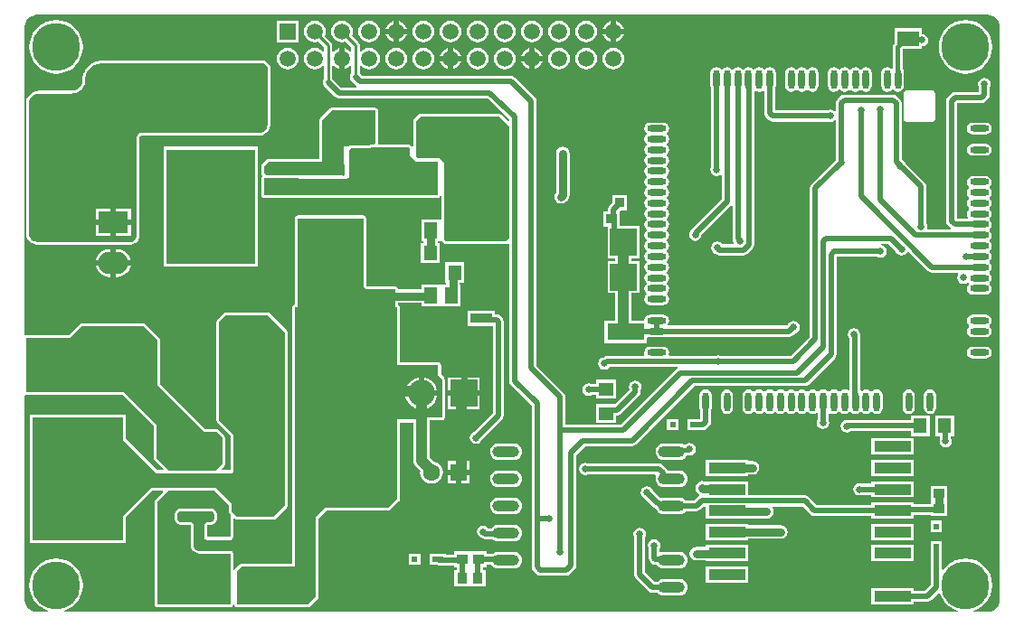
<source format=gtl>
G04*
G04 #@! TF.GenerationSoftware,Altium Limited,Altium Designer,20.2.6 (244)*
G04*
G04 Layer_Physical_Order=1*
G04 Layer_Color=255*
%FSLAX24Y24*%
%MOIN*%
G70*
G04*
G04 #@! TF.SameCoordinates,01985295-A94F-4E40-9557-9D24556334AB*
G04*
G04*
G04 #@! TF.FilePolarity,Positive*
G04*
G01*
G75*
%ADD16C,0.0100*%
%ADD25R,0.0807X0.0354*%
%ADD26R,0.0512X0.0591*%
%ADD27R,0.0374X0.0394*%
%ADD28R,0.0394X0.0374*%
%ADD29R,0.0500X0.0550*%
%ADD30O,0.0236X0.0709*%
%ADD31O,0.0709X0.0236*%
G04:AMPARAMS|DCode=32|XSize=98.4mil|YSize=39.4mil|CornerRadius=19.7mil|HoleSize=0mil|Usage=FLASHONLY|Rotation=0.000|XOffset=0mil|YOffset=0mil|HoleType=Round|Shape=RoundedRectangle|*
%AMROUNDEDRECTD32*
21,1,0.0984,0.0000,0,0,0.0*
21,1,0.0591,0.0394,0,0,0.0*
1,1,0.0394,0.0295,0.0000*
1,1,0.0394,-0.0295,0.0000*
1,1,0.0394,-0.0295,0.0000*
1,1,0.0394,0.0295,0.0000*
%
%ADD32ROUNDEDRECTD32*%
%ADD33R,0.1575X0.1102*%
%ADD34R,0.1772X0.2165*%
%ADD35R,0.0550X0.0500*%
%ADD36R,0.0354X0.0374*%
%ADD37R,0.0984X0.0984*%
%ADD38R,0.1378X0.0630*%
%ADD39R,0.0551X0.0472*%
%ADD40R,0.0669X0.0669*%
%ADD41R,0.1378X0.0394*%
%ADD42R,0.0591X0.0512*%
%ADD43R,0.1102X0.1575*%
%ADD44R,0.0472X0.0551*%
%ADD45R,0.1590X0.0410*%
%ADD46R,0.3270X0.4230*%
%ADD47R,0.0709X0.1575*%
G04:AMPARAMS|DCode=48|XSize=39.4mil|YSize=133.9mil|CornerRadius=9.8mil|HoleSize=0mil|Usage=FLASHONLY|Rotation=90.000|XOffset=0mil|YOffset=0mil|HoleType=Round|Shape=RoundedRectangle|*
%AMROUNDEDRECTD48*
21,1,0.0394,0.1142,0,0,90.0*
21,1,0.0197,0.1339,0,0,90.0*
1,1,0.0197,0.0571,0.0098*
1,1,0.0197,0.0571,-0.0098*
1,1,0.0197,-0.0571,-0.0098*
1,1,0.0197,-0.0571,0.0098*
%
%ADD48ROUNDEDRECTD48*%
%ADD49R,0.3346X0.4528*%
%ADD50R,0.1575X0.0709*%
%ADD51R,0.0787X0.0551*%
%ADD52R,0.0906X0.0984*%
%ADD53R,0.0591X0.0630*%
%ADD54R,0.0394X0.0197*%
%ADD55R,0.0591X0.0236*%
%ADD56R,0.0217X0.0197*%
%ADD57R,0.0197X0.0394*%
%ADD58R,0.0236X0.0591*%
%ADD59R,0.0197X0.0217*%
%ADD100C,0.0200*%
%ADD101C,0.0300*%
%ADD102C,0.0400*%
%ADD103C,0.0150*%
%ADD104R,0.0630X0.0630*%
%ADD105C,0.0630*%
%ADD106C,0.0984*%
%ADD107C,0.1772*%
%ADD108R,0.0591X0.0591*%
%ADD109C,0.0591*%
%ADD110O,0.1100X0.0827*%
%ADD111R,0.1100X0.0827*%
%ADD112C,0.0250*%
%ADD113C,0.0200*%
G36*
X35646Y22081D02*
X35737Y22043D01*
X35819Y21988D01*
X35888Y21919D01*
X35943Y21837D01*
X35981Y21746D01*
X36000Y21649D01*
Y21600D01*
Y550D01*
Y501D01*
X35981Y404D01*
X35943Y313D01*
X35888Y231D01*
X35819Y162D01*
X35737Y107D01*
X35646Y69D01*
X35549Y50D01*
X35028D01*
X35020Y100D01*
X35108Y127D01*
X35279Y218D01*
X35429Y341D01*
X35552Y491D01*
X35644Y663D01*
X35700Y848D01*
X35719Y1042D01*
X35700Y1235D01*
X35644Y1421D01*
X35552Y1592D01*
X35429Y1742D01*
X35279Y1865D01*
X35108Y1957D01*
X34922Y2013D01*
X34729Y2032D01*
X34535Y2013D01*
X34350Y1957D01*
X34178Y1865D01*
X34028Y1742D01*
X33914Y1603D01*
X33864Y1616D01*
Y2357D01*
X33858Y2385D01*
Y2654D01*
X33462D01*
Y2385D01*
X33456Y2357D01*
Y1054D01*
X33250Y848D01*
X32830D01*
Y941D01*
X31252D01*
Y347D01*
X32830D01*
Y440D01*
X33334D01*
X33412Y456D01*
X33478Y500D01*
X33739Y761D01*
X33787Y748D01*
X33814Y663D01*
X33905Y491D01*
X34028Y341D01*
X34178Y218D01*
X34350Y127D01*
X34437Y100D01*
X34430Y50D01*
X1518D01*
X1510Y100D01*
X1598Y127D01*
X1769Y218D01*
X1919Y341D01*
X2042Y491D01*
X2134Y663D01*
X2190Y848D01*
X2209Y1042D01*
X2190Y1235D01*
X2134Y1421D01*
X2042Y1592D01*
X1919Y1742D01*
X1769Y1865D01*
X1598Y1957D01*
X1412Y2013D01*
X1219Y2032D01*
X1025Y2013D01*
X840Y1957D01*
X668Y1865D01*
X518Y1742D01*
X395Y1592D01*
X304Y1421D01*
X247Y1235D01*
X228Y1042D01*
X247Y848D01*
X304Y663D01*
X395Y491D01*
X518Y341D01*
X668Y218D01*
X840Y127D01*
X927Y100D01*
X920Y50D01*
X501D01*
X404Y69D01*
X313Y107D01*
X231Y162D01*
X162Y231D01*
X107Y313D01*
X69Y404D01*
X50Y501D01*
Y550D01*
Y8033D01*
X67Y8047D01*
X100Y8064D01*
X130Y8058D01*
X3678D01*
X4818Y6918D01*
Y5730D01*
X4826Y5691D01*
X4848Y5658D01*
X5178Y5328D01*
X5159Y5282D01*
X4952D01*
X3792Y6442D01*
X3792Y7220D01*
X3784Y7259D01*
X3783Y7260D01*
Y7324D01*
X237D01*
Y2596D01*
X3783D01*
Y3539D01*
X4762Y4518D01*
X5139D01*
X5158Y4472D01*
X4868Y4182D01*
X4846Y4149D01*
X4838Y4110D01*
X4838Y328D01*
X4846Y289D01*
X4868Y256D01*
X4901Y234D01*
X4940Y226D01*
X7640Y226D01*
X7679Y234D01*
X7712Y256D01*
X7734Y289D01*
X7740Y316D01*
X7790D01*
X7796Y289D01*
X7818Y256D01*
X7851Y234D01*
X7890Y226D01*
X10502D01*
X10541Y234D01*
X10574Y256D01*
X10862Y544D01*
X10884Y577D01*
X10892Y616D01*
X10892Y3508D01*
X11172Y3788D01*
X13450D01*
X13489Y3796D01*
X13522Y3818D01*
X13852Y4148D01*
X13874Y4181D01*
X13882Y4220D01*
Y7048D01*
X14378D01*
Y5641D01*
X14389Y5563D01*
X14419Y5490D01*
X14467Y5427D01*
X14638Y5257D01*
X14631Y5210D01*
X14646Y5102D01*
X14688Y5001D01*
X14754Y4914D01*
X14841Y4848D01*
X14942Y4806D01*
X15050Y4791D01*
X15158Y4806D01*
X15259Y4848D01*
X15346Y4914D01*
X15412Y5001D01*
X15454Y5102D01*
X15469Y5210D01*
X15454Y5318D01*
X15412Y5419D01*
X15346Y5506D01*
X15259Y5572D01*
X15158Y5614D01*
X15132Y5618D01*
X14984Y5767D01*
Y7138D01*
X15440D01*
X15479Y7146D01*
X15512Y7168D01*
X15534Y7201D01*
X15542Y7240D01*
Y8640D01*
X15534Y8679D01*
X15512Y8712D01*
X15402Y8822D01*
X15402Y9170D01*
X15394Y9209D01*
X15372Y9242D01*
X15339Y9264D01*
X15300Y9272D01*
X13882D01*
Y11290D01*
X13874Y11329D01*
X13852Y11362D01*
X13819Y11384D01*
X13812Y11386D01*
Y11459D01*
X14674D01*
Y11335D01*
X15372D01*
X15386Y11335D01*
X15422D01*
X15436Y11335D01*
X16134D01*
Y12125D01*
X16097D01*
Y12205D01*
X16255D01*
Y12955D01*
X15555D01*
Y12205D01*
X15587D01*
Y12125D01*
X15436D01*
X15422Y12125D01*
X15386D01*
X15372Y12125D01*
X14674D01*
Y11969D01*
X13810D01*
X13804Y11999D01*
X13782Y12032D01*
X13749Y12054D01*
X13710Y12062D01*
X12682D01*
X12642Y12102D01*
Y14580D01*
X12634Y14619D01*
X12612Y14652D01*
X12579Y14674D01*
X12540Y14682D01*
X10110D01*
X10071Y14674D01*
X10038Y14652D01*
X10016Y14619D01*
X10008Y14580D01*
Y11392D01*
X9971Y11384D01*
X9938Y11362D01*
X9916Y11329D01*
X9908Y11290D01*
X9908Y1842D01*
X8050D01*
X8011Y1834D01*
X7978Y1812D01*
X7818Y1652D01*
X7796Y1619D01*
X7792Y1600D01*
X7742Y1605D01*
Y2212D01*
X7734Y2251D01*
X7712Y2284D01*
X7679Y2306D01*
X7640Y2314D01*
X6497D01*
X6438Y2322D01*
X6390Y2341D01*
X6349Y2373D01*
X6317Y2415D01*
X6297Y2463D01*
X6289Y2521D01*
Y3272D01*
X6282Y3311D01*
X6260Y3344D01*
X6226Y3366D01*
X6187Y3374D01*
X5803D01*
X5756Y3383D01*
X5724Y3405D01*
X5703Y3437D01*
X5693Y3484D01*
Y3661D01*
X5703Y3709D01*
X5724Y3741D01*
X5756Y3762D01*
X5803Y3771D01*
X6350D01*
X6357Y3773D01*
X6363Y3772D01*
X6371Y3773D01*
X6483D01*
X6491Y3772D01*
X6497Y3773D01*
X6504Y3771D01*
X6925D01*
X6973Y3762D01*
X7005Y3741D01*
X7026Y3709D01*
X7035Y3661D01*
Y3484D01*
X7026Y3437D01*
X7005Y3405D01*
X6973Y3383D01*
X6925Y3374D01*
X6793D01*
X6754Y3366D01*
X6720Y3344D01*
X6698Y3311D01*
X6691Y3272D01*
Y2817D01*
X6698Y2778D01*
X6720Y2745D01*
X6754Y2723D01*
X6793Y2715D01*
X7640D01*
X7679Y2723D01*
X7712Y2745D01*
X7734Y2778D01*
X7742Y2817D01*
Y3509D01*
X7788Y3528D01*
X7818Y3498D01*
X7851Y3476D01*
X7890Y3468D01*
X9230D01*
X9269Y3476D01*
X9302Y3498D01*
X9712Y3908D01*
X9734Y3941D01*
X9742Y3980D01*
Y10380D01*
X9734Y10419D01*
X9712Y10452D01*
X9102Y11062D01*
X9069Y11084D01*
X9030Y11092D01*
X7470D01*
X7431Y11084D01*
X7398Y11062D01*
X7158Y10822D01*
X7136Y10789D01*
X7128Y10750D01*
Y7130D01*
X7136Y7091D01*
X7158Y7058D01*
X7648Y6568D01*
Y5282D01*
X7648Y5282D01*
X7321D01*
X7302Y5328D01*
X7412Y5438D01*
X7434Y5471D01*
X7442Y5510D01*
Y6490D01*
X7434Y6529D01*
X7412Y6562D01*
X7212Y6762D01*
X7179Y6784D01*
X7140Y6792D01*
X6722D01*
X5052Y8462D01*
Y10090D01*
X5044Y10129D01*
X5022Y10162D01*
X4522Y10662D01*
X4489Y10684D01*
X4450Y10692D01*
X2150D01*
X2111Y10684D01*
X2078Y10662D01*
X1678Y10262D01*
X130D01*
X100Y10256D01*
X67Y10273D01*
X50Y10287D01*
Y21600D01*
Y21649D01*
X69Y21746D01*
X107Y21837D01*
X162Y21919D01*
X231Y21988D01*
X313Y22043D01*
X404Y22081D01*
X501Y22100D01*
X35549D01*
X35646Y22081D01*
D02*
G37*
G36*
X4950Y10090D02*
Y8420D01*
X6680Y6690D01*
X7140D01*
X7340Y6490D01*
Y5510D01*
X7090Y5260D01*
X5390D01*
X4920Y5730D01*
Y6960D01*
X3720Y8160D01*
X130D01*
Y10160D01*
X1720D01*
X2150Y10590D01*
X4450D01*
X4950Y10090D01*
D02*
G37*
G36*
X9640Y10380D02*
Y3980D01*
X9230Y3570D01*
X7890D01*
X7690Y3770D01*
Y4050D01*
X7120Y4620D01*
X4720D01*
X3680Y3580D01*
Y3520D01*
X2930Y2770D01*
Y7060D01*
X3090Y7220D01*
X3690D01*
X3690Y6400D01*
X4910Y5180D01*
X5330D01*
X5351Y5166D01*
X5390Y5158D01*
X7090D01*
X7129Y5166D01*
X7150Y5180D01*
X7690D01*
X7750Y5240D01*
Y6610D01*
X7230Y7130D01*
Y10750D01*
X7470Y10990D01*
X9030D01*
X9640Y10380D01*
D02*
G37*
G36*
X7588Y3972D02*
Y3770D01*
X7596Y3731D01*
X7618Y3698D01*
X7640Y3676D01*
Y2817D01*
X6793D01*
Y3272D01*
X6935D01*
X7013Y3287D01*
X7078Y3331D01*
X7122Y3397D01*
X7137Y3474D01*
Y3671D01*
X7122Y3748D01*
X7078Y3814D01*
X7013Y3858D01*
X6935Y3873D01*
X6504D01*
X6490Y3875D01*
X6364D01*
X6350Y3873D01*
X5793D01*
X5716Y3858D01*
X5650Y3814D01*
X5606Y3748D01*
X5591Y3671D01*
Y3474D01*
X5606Y3397D01*
X5650Y3331D01*
X5716Y3287D01*
X5793Y3272D01*
X6187D01*
Y2514D01*
X6198Y2436D01*
X6228Y2363D01*
X6276Y2301D01*
X6339Y2252D01*
X6412Y2222D01*
X6490Y2212D01*
X7640D01*
X7640Y328D01*
X4940Y328D01*
X4940Y4110D01*
X5348Y4518D01*
X7042D01*
X7588Y3972D01*
D02*
G37*
G36*
X12540Y12060D02*
X12640Y11960D01*
X13710D01*
Y11290D01*
X13780D01*
Y9170D01*
X15300D01*
X15300Y8780D01*
X15440Y8640D01*
Y7240D01*
X14490D01*
X14730Y7150D01*
X13780D01*
Y4220D01*
X13450Y3890D01*
X11130D01*
X10790Y3550D01*
X10790Y616D01*
X10502Y328D01*
X7890D01*
Y1580D01*
X8050Y1740D01*
X10010D01*
X10010Y11290D01*
X10110D01*
Y14580D01*
X12540D01*
Y12060D01*
D02*
G37*
%LPC*%
G36*
X21850Y21856D02*
Y21570D01*
X22136D01*
X22135Y21573D01*
X22095Y21669D01*
X22032Y21752D01*
X21949Y21815D01*
X21853Y21855D01*
X21850Y21856D01*
D02*
G37*
G36*
X21650D02*
X21647Y21855D01*
X21551Y21815D01*
X21468Y21752D01*
X21405Y21669D01*
X21365Y21573D01*
X21364Y21570D01*
X21650D01*
Y21856D01*
D02*
G37*
G36*
X13850D02*
Y21570D01*
X14136D01*
X14135Y21573D01*
X14095Y21669D01*
X14032Y21752D01*
X13949Y21815D01*
X13853Y21855D01*
X13850Y21856D01*
D02*
G37*
G36*
X13650D02*
X13647Y21855D01*
X13551Y21815D01*
X13468Y21752D01*
X13405Y21669D01*
X13365Y21573D01*
X13364Y21570D01*
X13650D01*
Y21856D01*
D02*
G37*
G36*
X22136Y21370D02*
X21850D01*
Y21084D01*
X21853Y21085D01*
X21949Y21125D01*
X22032Y21188D01*
X22095Y21271D01*
X22135Y21367D01*
X22136Y21370D01*
D02*
G37*
G36*
X21650D02*
X21364D01*
X21365Y21367D01*
X21405Y21271D01*
X21468Y21188D01*
X21551Y21125D01*
X21647Y21085D01*
X21650Y21084D01*
Y21370D01*
D02*
G37*
G36*
X14136D02*
X13850D01*
Y21084D01*
X13853Y21085D01*
X13949Y21125D01*
X14032Y21188D01*
X14095Y21271D01*
X14135Y21367D01*
X14136Y21370D01*
D02*
G37*
G36*
X13650D02*
X13364D01*
X13365Y21367D01*
X13405Y21271D01*
X13468Y21188D01*
X13551Y21125D01*
X13647Y21085D01*
X13650Y21084D01*
Y21370D01*
D02*
G37*
G36*
X10145Y21865D02*
X9355D01*
Y21075D01*
X10145D01*
Y21865D01*
D02*
G37*
G36*
X20750Y21869D02*
X20647Y21855D01*
X20551Y21815D01*
X20468Y21752D01*
X20405Y21669D01*
X20365Y21573D01*
X20351Y21470D01*
X20365Y21367D01*
X20405Y21271D01*
X20468Y21188D01*
X20551Y21125D01*
X20647Y21085D01*
X20750Y21071D01*
X20853Y21085D01*
X20949Y21125D01*
X21032Y21188D01*
X21095Y21271D01*
X21135Y21367D01*
X21149Y21470D01*
X21135Y21573D01*
X21095Y21669D01*
X21032Y21752D01*
X20949Y21815D01*
X20853Y21855D01*
X20750Y21869D01*
D02*
G37*
G36*
X19750D02*
X19647Y21855D01*
X19551Y21815D01*
X19468Y21752D01*
X19405Y21669D01*
X19365Y21573D01*
X19351Y21470D01*
X19365Y21367D01*
X19405Y21271D01*
X19468Y21188D01*
X19551Y21125D01*
X19647Y21085D01*
X19750Y21071D01*
X19853Y21085D01*
X19949Y21125D01*
X20032Y21188D01*
X20095Y21271D01*
X20135Y21367D01*
X20149Y21470D01*
X20135Y21573D01*
X20095Y21669D01*
X20032Y21752D01*
X19949Y21815D01*
X19853Y21855D01*
X19750Y21869D01*
D02*
G37*
G36*
X18750D02*
X18647Y21855D01*
X18551Y21815D01*
X18468Y21752D01*
X18405Y21669D01*
X18365Y21573D01*
X18351Y21470D01*
X18365Y21367D01*
X18405Y21271D01*
X18468Y21188D01*
X18551Y21125D01*
X18647Y21085D01*
X18750Y21071D01*
X18853Y21085D01*
X18949Y21125D01*
X19032Y21188D01*
X19095Y21271D01*
X19135Y21367D01*
X19149Y21470D01*
X19135Y21573D01*
X19095Y21669D01*
X19032Y21752D01*
X18949Y21815D01*
X18853Y21855D01*
X18750Y21869D01*
D02*
G37*
G36*
X17750D02*
X17647Y21855D01*
X17551Y21815D01*
X17468Y21752D01*
X17405Y21669D01*
X17365Y21573D01*
X17351Y21470D01*
X17365Y21367D01*
X17405Y21271D01*
X17468Y21188D01*
X17551Y21125D01*
X17647Y21085D01*
X17750Y21071D01*
X17853Y21085D01*
X17949Y21125D01*
X18032Y21188D01*
X18095Y21271D01*
X18135Y21367D01*
X18149Y21470D01*
X18135Y21573D01*
X18095Y21669D01*
X18032Y21752D01*
X17949Y21815D01*
X17853Y21855D01*
X17750Y21869D01*
D02*
G37*
G36*
X16750D02*
X16647Y21855D01*
X16551Y21815D01*
X16468Y21752D01*
X16405Y21669D01*
X16365Y21573D01*
X16351Y21470D01*
X16365Y21367D01*
X16405Y21271D01*
X16468Y21188D01*
X16551Y21125D01*
X16647Y21085D01*
X16750Y21071D01*
X16853Y21085D01*
X16949Y21125D01*
X17032Y21188D01*
X17095Y21271D01*
X17135Y21367D01*
X17149Y21470D01*
X17135Y21573D01*
X17095Y21669D01*
X17032Y21752D01*
X16949Y21815D01*
X16853Y21855D01*
X16750Y21869D01*
D02*
G37*
G36*
X15750D02*
X15647Y21855D01*
X15551Y21815D01*
X15468Y21752D01*
X15405Y21669D01*
X15365Y21573D01*
X15351Y21470D01*
X15365Y21367D01*
X15405Y21271D01*
X15468Y21188D01*
X15551Y21125D01*
X15647Y21085D01*
X15750Y21071D01*
X15853Y21085D01*
X15949Y21125D01*
X16032Y21188D01*
X16095Y21271D01*
X16135Y21367D01*
X16149Y21470D01*
X16135Y21573D01*
X16095Y21669D01*
X16032Y21752D01*
X15949Y21815D01*
X15853Y21855D01*
X15750Y21869D01*
D02*
G37*
G36*
X14750D02*
X14647Y21855D01*
X14551Y21815D01*
X14468Y21752D01*
X14405Y21669D01*
X14365Y21573D01*
X14351Y21470D01*
X14365Y21367D01*
X14405Y21271D01*
X14468Y21188D01*
X14551Y21125D01*
X14647Y21085D01*
X14750Y21071D01*
X14853Y21085D01*
X14949Y21125D01*
X15032Y21188D01*
X15095Y21271D01*
X15135Y21367D01*
X15149Y21470D01*
X15135Y21573D01*
X15095Y21669D01*
X15032Y21752D01*
X14949Y21815D01*
X14853Y21855D01*
X14750Y21869D01*
D02*
G37*
G36*
X12750D02*
X12647Y21855D01*
X12551Y21815D01*
X12468Y21752D01*
X12405Y21669D01*
X12365Y21573D01*
X12351Y21470D01*
X12365Y21367D01*
X12405Y21271D01*
X12468Y21188D01*
X12551Y21125D01*
X12647Y21085D01*
X12750Y21071D01*
X12853Y21085D01*
X12949Y21125D01*
X13032Y21188D01*
X13095Y21271D01*
X13135Y21367D01*
X13149Y21470D01*
X13135Y21573D01*
X13095Y21669D01*
X13032Y21752D01*
X12949Y21815D01*
X12853Y21855D01*
X12750Y21869D01*
D02*
G37*
G36*
X11750D02*
X11647Y21855D01*
X11551Y21815D01*
X11468Y21752D01*
X11405Y21669D01*
X11365Y21573D01*
X11351Y21470D01*
X11365Y21367D01*
X11405Y21271D01*
X11468Y21188D01*
X11551Y21125D01*
X11647Y21085D01*
X11750Y21071D01*
X11853Y21085D01*
X11900Y21104D01*
X12097Y20907D01*
Y20749D01*
X12047Y20732D01*
X12032Y20752D01*
X11949Y20815D01*
X11853Y20855D01*
X11850Y20856D01*
Y20470D01*
Y20084D01*
X11853Y20085D01*
X11949Y20125D01*
X12032Y20188D01*
X12047Y20208D01*
X12097Y20191D01*
Y19921D01*
X12062Y19868D01*
X12046Y19790D01*
X12062Y19712D01*
X12106Y19646D01*
X12266Y19486D01*
X12299Y19464D01*
X12283Y19414D01*
X11724D01*
X11393Y19745D01*
Y20204D01*
X11443Y20221D01*
X11468Y20188D01*
X11551Y20125D01*
X11647Y20085D01*
X11650Y20084D01*
Y20470D01*
Y20856D01*
X11647Y20855D01*
X11551Y20815D01*
X11468Y20752D01*
X11443Y20719D01*
X11393Y20736D01*
Y20960D01*
X11381Y21019D01*
X11348Y21068D01*
X11110Y21306D01*
X11135Y21367D01*
X11149Y21470D01*
X11135Y21573D01*
X11095Y21669D01*
X11032Y21752D01*
X10949Y21815D01*
X10853Y21855D01*
X10750Y21869D01*
X10647Y21855D01*
X10551Y21815D01*
X10468Y21752D01*
X10405Y21669D01*
X10365Y21573D01*
X10351Y21470D01*
X10365Y21367D01*
X10405Y21271D01*
X10468Y21188D01*
X10551Y21125D01*
X10647Y21085D01*
X10750Y21071D01*
X10853Y21085D01*
X10885Y21098D01*
X11087Y20897D01*
Y20758D01*
X11040Y20742D01*
X11032Y20752D01*
X10949Y20815D01*
X10853Y20855D01*
X10750Y20869D01*
X10647Y20855D01*
X10551Y20815D01*
X10468Y20752D01*
X10405Y20669D01*
X10365Y20573D01*
X10351Y20470D01*
X10365Y20367D01*
X10405Y20271D01*
X10468Y20188D01*
X10551Y20125D01*
X10647Y20085D01*
X10750Y20071D01*
X10853Y20085D01*
X10949Y20125D01*
X11032Y20188D01*
X11040Y20198D01*
X11087Y20182D01*
Y19741D01*
X11052Y19688D01*
X11036Y19610D01*
X11052Y19532D01*
X11096Y19466D01*
X11496Y19066D01*
X11562Y19022D01*
X11640Y19006D01*
X17109D01*
X17916Y18243D01*
Y18193D01*
X17870Y18174D01*
X17632Y18412D01*
X17599Y18434D01*
X17560Y18442D01*
X14640D01*
X14601Y18434D01*
X14568Y18412D01*
X14398Y18242D01*
X14376Y18209D01*
X14368Y18170D01*
Y17243D01*
X14335Y17228D01*
X14318Y17226D01*
X14282Y17262D01*
X14249Y17284D01*
X14210Y17292D01*
X13118Y17292D01*
X13106Y17306D01*
X13086Y17342D01*
X13092Y17370D01*
Y18550D01*
X13084Y18589D01*
X13062Y18622D01*
X13029Y18644D01*
X12990Y18652D01*
X11370Y18652D01*
X11331Y18644D01*
X11298Y18622D01*
X10958Y18282D01*
X10936Y18249D01*
X10928Y18210D01*
Y16757D01*
X9035D01*
X8996Y16749D01*
X8963Y16727D01*
X8818Y16582D01*
X8796Y16549D01*
X8788Y16510D01*
Y16240D01*
X8796Y16201D01*
X8818Y16168D01*
X8815Y16137D01*
X8808Y16132D01*
X8786Y16099D01*
X8778Y16060D01*
X8778Y15440D01*
X8786Y15401D01*
X8808Y15368D01*
X8841Y15346D01*
X8880Y15338D01*
X15270D01*
X15309Y15346D01*
X15342Y15368D01*
X15364Y15401D01*
X15372Y15440D01*
Y16505D01*
X15422Y16532D01*
X15428Y16528D01*
Y14554D01*
X15386Y14535D01*
X15372Y14535D01*
X14674D01*
Y13745D01*
X14763D01*
Y13675D01*
X14655D01*
Y12925D01*
X15355D01*
Y13675D01*
X15273D01*
Y13745D01*
X15372D01*
X15386Y13745D01*
X15422D01*
X15443Y13745D01*
X15448Y13738D01*
X15528Y13658D01*
X15561Y13636D01*
X15600Y13628D01*
X17790D01*
X17829Y13636D01*
X17862Y13658D01*
X17870Y13666D01*
X17916Y13647D01*
Y8580D01*
X17932Y8502D01*
X17976Y8436D01*
X18736Y7676D01*
Y3510D01*
Y1717D01*
X18752Y1639D01*
X18796Y1573D01*
X18913Y1456D01*
X18913Y1456D01*
X18979Y1412D01*
X19057Y1396D01*
X20020D01*
X20098Y1412D01*
X20164Y1456D01*
X20324Y1616D01*
X20368Y1682D01*
X20384Y1760D01*
Y5846D01*
X20714Y6176D01*
X22450D01*
X22528Y6192D01*
X22594Y6236D01*
X24744Y8386D01*
X28810D01*
X28888Y8402D01*
X28954Y8446D01*
X29914Y9406D01*
X29958Y9472D01*
X29974Y9550D01*
Y13156D01*
X31490D01*
X31502Y13148D01*
X31590Y13131D01*
X31678Y13148D01*
X31752Y13198D01*
X31802Y13272D01*
X31819Y13360D01*
X31802Y13448D01*
X31752Y13522D01*
X31678Y13572D01*
X31621Y13583D01*
X31607Y13586D01*
X31611Y13633D01*
X31619Y13636D01*
X31886D01*
X32160Y13362D01*
X32163Y13347D01*
X32213Y13273D01*
X32287Y13223D01*
X32375Y13206D01*
X32463Y13223D01*
X32537Y13273D01*
X32578Y13333D01*
X32634Y13347D01*
X33352Y12630D01*
X33418Y12586D01*
X33496Y12570D01*
X34440D01*
X34466Y12520D01*
X34438Y12478D01*
X34421Y12390D01*
X34438Y12302D01*
X34488Y12228D01*
X34562Y12178D01*
X34650Y12161D01*
X34738Y12178D01*
X34789Y12212D01*
X34817Y12218D01*
X34839Y12201D01*
X34841Y12144D01*
X34793Y12072D01*
X34776Y11987D01*
X34793Y11902D01*
X34841Y11829D01*
X34914Y11781D01*
X34999Y11764D01*
X35471D01*
X35556Y11781D01*
X35628Y11829D01*
X35677Y11902D01*
X35693Y11987D01*
X35677Y12072D01*
X35628Y12144D01*
X35607Y12159D01*
Y12209D01*
X35628Y12223D01*
X35677Y12295D01*
X35693Y12380D01*
X35677Y12465D01*
X35628Y12538D01*
X35607Y12552D01*
Y12602D01*
X35628Y12617D01*
X35677Y12689D01*
X35693Y12774D01*
X35677Y12859D01*
X35628Y12931D01*
X35607Y12946D01*
Y12996D01*
X35628Y13011D01*
X35677Y13083D01*
X35693Y13168D01*
X35677Y13253D01*
X35628Y13325D01*
X35607Y13340D01*
Y13390D01*
X35628Y13404D01*
X35677Y13476D01*
X35693Y13562D01*
X35677Y13647D01*
X35628Y13719D01*
X35607Y13733D01*
Y13783D01*
X35628Y13798D01*
X35677Y13870D01*
X35693Y13955D01*
X35677Y14040D01*
X35628Y14112D01*
X35607Y14127D01*
Y14177D01*
X35628Y14192D01*
X35677Y14264D01*
X35693Y14349D01*
X35677Y14434D01*
X35628Y14506D01*
X35607Y14521D01*
Y14571D01*
X35628Y14585D01*
X35677Y14657D01*
X35693Y14743D01*
X35677Y14828D01*
X35628Y14900D01*
X35607Y14914D01*
Y14964D01*
X35628Y14979D01*
X35677Y15051D01*
X35693Y15136D01*
X35677Y15221D01*
X35628Y15294D01*
X35607Y15308D01*
Y15358D01*
X35628Y15373D01*
X35677Y15445D01*
X35693Y15530D01*
X35677Y15615D01*
X35628Y15687D01*
X35607Y15702D01*
Y15752D01*
X35628Y15766D01*
X35677Y15839D01*
X35693Y15924D01*
X35677Y16009D01*
X35628Y16081D01*
X35556Y16129D01*
X35471Y16146D01*
X34999D01*
X34914Y16129D01*
X34841Y16081D01*
X34793Y16009D01*
X34776Y15924D01*
X34793Y15839D01*
X34841Y15766D01*
X34863Y15752D01*
Y15702D01*
X34841Y15687D01*
X34793Y15615D01*
X34776Y15530D01*
X34793Y15445D01*
X34841Y15373D01*
X34863Y15358D01*
Y15308D01*
X34841Y15294D01*
X34793Y15221D01*
X34776Y15136D01*
X34793Y15051D01*
X34841Y14979D01*
X34863Y14964D01*
Y14914D01*
X34841Y14900D01*
X34793Y14828D01*
X34776Y14743D01*
X34793Y14657D01*
X34830Y14603D01*
X34807Y14553D01*
X34424D01*
Y18826D01*
X35313D01*
X35391Y18842D01*
X35457Y18886D01*
X35574Y19003D01*
X35618Y19069D01*
X35634Y19147D01*
Y19430D01*
X35642Y19442D01*
X35659Y19530D01*
X35642Y19618D01*
X35592Y19692D01*
X35518Y19742D01*
X35430Y19759D01*
X35342Y19742D01*
X35268Y19692D01*
X35218Y19618D01*
X35201Y19530D01*
X35218Y19442D01*
X35226Y19430D01*
Y19234D01*
X34337D01*
X34259Y19218D01*
X34193Y19174D01*
X34193Y19174D01*
X34076Y19057D01*
X34032Y18991D01*
X34016Y18913D01*
Y14466D01*
X34032Y14388D01*
X34076Y14322D01*
X34189Y14209D01*
X34186Y14191D01*
X34171Y14159D01*
X33335D01*
X33305Y14209D01*
X33319Y14280D01*
X33302Y14368D01*
X33294Y14380D01*
Y15760D01*
X33294Y15760D01*
X33278Y15838D01*
X33234Y15904D01*
X33234Y15904D01*
X32529Y16609D01*
X32514Y16619D01*
X32492Y16652D01*
X32456Y16676D01*
X32449Y16687D01*
X32374Y16762D01*
Y18823D01*
X32358Y18901D01*
X32314Y18967D01*
X32314Y18967D01*
X32197Y19084D01*
X32131Y19128D01*
X32053Y19144D01*
X30269D01*
X30191Y19128D01*
X30125Y19084D01*
X30125Y19084D01*
X30008Y18967D01*
X29964Y18901D01*
X29948Y18823D01*
Y18537D01*
X29898Y18525D01*
X29828Y18572D01*
X29740Y18589D01*
X29652Y18572D01*
X29626Y18554D01*
X27714D01*
Y19367D01*
X27724Y19382D01*
X27741Y19467D01*
Y19939D01*
X27724Y20025D01*
X27676Y20097D01*
X27603Y20145D01*
X27518Y20162D01*
X27433Y20145D01*
X27361Y20097D01*
X27346Y20075D01*
X27296D01*
X27282Y20097D01*
X27210Y20145D01*
X27125Y20162D01*
X27040Y20145D01*
X26967Y20097D01*
X26953Y20075D01*
X26903D01*
X26888Y20097D01*
X26816Y20145D01*
X26731Y20162D01*
X26646Y20145D01*
X26574Y20097D01*
X26559Y20075D01*
X26509D01*
X26494Y20097D01*
X26422Y20145D01*
X26337Y20162D01*
X26252Y20145D01*
X26180Y20097D01*
X26165Y20075D01*
X26115D01*
X26101Y20097D01*
X26029Y20145D01*
X25944Y20162D01*
X25858Y20145D01*
X25786Y20097D01*
X25772Y20075D01*
X25722D01*
X25707Y20097D01*
X25635Y20145D01*
X25550Y20162D01*
X25465Y20145D01*
X25393Y20097D01*
X25344Y20025D01*
X25327Y19939D01*
Y19467D01*
X25344Y19382D01*
X25346Y19379D01*
Y16470D01*
X25338Y16458D01*
X25321Y16370D01*
X25338Y16282D01*
X25388Y16208D01*
X25462Y16158D01*
X25550Y16141D01*
X25638Y16158D01*
X25696Y16197D01*
X25746Y16175D01*
Y15294D01*
X24626Y14174D01*
X24582Y14108D01*
X24577Y14087D01*
X24558Y14058D01*
X24541Y13970D01*
X24558Y13882D01*
X24608Y13808D01*
X24682Y13758D01*
X24770Y13741D01*
X24858Y13758D01*
X24932Y13808D01*
X24982Y13882D01*
X24999Y13970D01*
X24999Y13971D01*
X26090Y15062D01*
X26107Y15060D01*
X26140Y15045D01*
Y13823D01*
X26156Y13745D01*
X26196Y13685D01*
X26200Y13668D01*
X26170Y13618D01*
X25765D01*
X25742Y13652D01*
X25668Y13702D01*
X25580Y13719D01*
X25492Y13702D01*
X25418Y13652D01*
X25368Y13578D01*
X25351Y13490D01*
X25368Y13402D01*
X25418Y13328D01*
X25492Y13278D01*
X25506Y13275D01*
X25512Y13270D01*
X25578Y13226D01*
X25656Y13210D01*
X26550D01*
X26628Y13226D01*
X26694Y13270D01*
X26884Y13460D01*
X26928Y13526D01*
X26944Y13604D01*
Y19265D01*
X26994Y19292D01*
X27040Y19262D01*
X27125Y19245D01*
X27210Y19262D01*
X27256Y19293D01*
X27306Y19266D01*
Y18468D01*
X27322Y18390D01*
X27366Y18323D01*
X27483Y18206D01*
X27483Y18206D01*
X27549Y18162D01*
X27627Y18147D01*
X29660D01*
X29740Y18131D01*
X29828Y18148D01*
X29898Y18195D01*
X29948Y18183D01*
Y16734D01*
X29940Y16722D01*
X29937Y16708D01*
X29056Y15826D01*
X29012Y15760D01*
X28996Y15682D01*
Y10214D01*
X28286Y9504D01*
X25730D01*
X25718Y9512D01*
X25630Y9529D01*
X25542Y9512D01*
X25530Y9504D01*
X23819D01*
X23790Y9554D01*
X23804Y9624D01*
X23787Y9710D01*
X23739Y9782D01*
X23666Y9830D01*
X23581Y9847D01*
X23109D01*
X23024Y9830D01*
X22952Y9782D01*
X22903Y9710D01*
X22887Y9624D01*
X22901Y9554D01*
X22872Y9504D01*
X21514D01*
X21435Y9488D01*
X21369Y9444D01*
X21363Y9438D01*
X21332Y9432D01*
X21258Y9382D01*
X21208Y9308D01*
X21191Y9220D01*
X21208Y9132D01*
X21258Y9058D01*
X21332Y9008D01*
X21420Y8991D01*
X21508Y9008D01*
X21582Y9058D01*
X21608Y9096D01*
X24103D01*
X24119Y9046D01*
X24086Y9024D01*
X22026Y6964D01*
X19994D01*
Y8000D01*
X19978Y8078D01*
X19934Y8144D01*
X18934Y9144D01*
Y18886D01*
X18918Y18964D01*
X18874Y19031D01*
X18131Y19774D01*
X18064Y19818D01*
X17986Y19834D01*
X12494D01*
X12403Y19925D01*
Y20191D01*
X12453Y20208D01*
X12468Y20188D01*
X12551Y20125D01*
X12647Y20085D01*
X12750Y20071D01*
X12853Y20085D01*
X12949Y20125D01*
X13032Y20188D01*
X13095Y20271D01*
X13135Y20367D01*
X13149Y20470D01*
X13135Y20573D01*
X13095Y20669D01*
X13032Y20752D01*
X12949Y20815D01*
X12853Y20855D01*
X12750Y20869D01*
X12647Y20855D01*
X12551Y20815D01*
X12468Y20752D01*
X12453Y20732D01*
X12403Y20749D01*
Y20970D01*
X12391Y21029D01*
X12358Y21078D01*
X12116Y21320D01*
X12135Y21367D01*
X12149Y21470D01*
X12135Y21573D01*
X12095Y21669D01*
X12032Y21752D01*
X11949Y21815D01*
X11853Y21855D01*
X11750Y21869D01*
D02*
G37*
G36*
X18850Y20856D02*
Y20570D01*
X19136D01*
X19135Y20573D01*
X19095Y20669D01*
X19032Y20752D01*
X18949Y20815D01*
X18853Y20855D01*
X18850Y20856D01*
D02*
G37*
G36*
X18650D02*
X18647Y20855D01*
X18551Y20815D01*
X18468Y20752D01*
X18405Y20669D01*
X18365Y20573D01*
X18364Y20570D01*
X18650D01*
Y20856D01*
D02*
G37*
G36*
X15850D02*
Y20570D01*
X16136D01*
X16135Y20573D01*
X16095Y20669D01*
X16032Y20752D01*
X15949Y20815D01*
X15853Y20855D01*
X15850Y20856D01*
D02*
G37*
G36*
X15650D02*
X15647Y20855D01*
X15551Y20815D01*
X15468Y20752D01*
X15405Y20669D01*
X15365Y20573D01*
X15364Y20570D01*
X15650D01*
Y20856D01*
D02*
G37*
G36*
X33114Y21586D02*
X32126D01*
Y21030D01*
X32104Y21008D01*
X32065Y20950D01*
X32052Y20882D01*
Y20119D01*
X32024Y20105D01*
X32002Y20100D01*
X31934Y20145D01*
X31849Y20162D01*
X31764Y20145D01*
X31692Y20097D01*
X31644Y20025D01*
X31627Y19939D01*
Y19467D01*
X31644Y19382D01*
X31692Y19310D01*
X31764Y19262D01*
X31849Y19245D01*
X31934Y19262D01*
X32006Y19310D01*
X32021Y19332D01*
X32071D01*
X32086Y19310D01*
X32158Y19262D01*
X32243Y19245D01*
X32328Y19262D01*
X32400Y19310D01*
X32448Y19382D01*
X32465Y19467D01*
Y19939D01*
X32448Y20025D01*
X32408Y20084D01*
Y20808D01*
X32418Y20817D01*
X32436Y20821D01*
X32456Y20834D01*
X33114D01*
Y20907D01*
X33130Y20921D01*
X33218Y20938D01*
X33292Y20988D01*
X33342Y21062D01*
X33359Y21150D01*
X33342Y21238D01*
X33292Y21312D01*
X33218Y21362D01*
X33130Y21379D01*
X33114Y21393D01*
Y21586D01*
D02*
G37*
G36*
X19136Y20370D02*
X18850D01*
Y20084D01*
X18853Y20085D01*
X18949Y20125D01*
X19032Y20188D01*
X19095Y20271D01*
X19135Y20367D01*
X19136Y20370D01*
D02*
G37*
G36*
X18650D02*
X18364D01*
X18365Y20367D01*
X18405Y20271D01*
X18468Y20188D01*
X18551Y20125D01*
X18647Y20085D01*
X18650Y20084D01*
Y20370D01*
D02*
G37*
G36*
X16136D02*
X15850D01*
Y20084D01*
X15853Y20085D01*
X15949Y20125D01*
X16032Y20188D01*
X16095Y20271D01*
X16135Y20367D01*
X16136Y20370D01*
D02*
G37*
G36*
X15650D02*
X15364D01*
X15365Y20367D01*
X15405Y20271D01*
X15468Y20188D01*
X15551Y20125D01*
X15647Y20085D01*
X15650Y20084D01*
Y20370D01*
D02*
G37*
G36*
X31062Y20162D02*
X30977Y20145D01*
X30904Y20097D01*
X30890Y20075D01*
X30840D01*
X30825Y20097D01*
X30753Y20145D01*
X30668Y20162D01*
X30583Y20145D01*
X30511Y20097D01*
X30496Y20075D01*
X30446D01*
X30432Y20097D01*
X30359Y20145D01*
X30274Y20162D01*
X30189Y20145D01*
X30117Y20097D01*
X30102Y20075D01*
X30052D01*
X30038Y20097D01*
X29966Y20145D01*
X29881Y20162D01*
X29795Y20145D01*
X29723Y20097D01*
X29675Y20025D01*
X29658Y19939D01*
Y19467D01*
X29675Y19382D01*
X29723Y19310D01*
X29795Y19262D01*
X29881Y19245D01*
X29966Y19262D01*
X30038Y19310D01*
X30052Y19332D01*
X30102D01*
X30117Y19310D01*
X30189Y19262D01*
X30274Y19245D01*
X30359Y19262D01*
X30432Y19310D01*
X30446Y19332D01*
X30496D01*
X30511Y19310D01*
X30583Y19262D01*
X30668Y19245D01*
X30753Y19262D01*
X30825Y19310D01*
X30840Y19332D01*
X30890D01*
X30904Y19310D01*
X30977Y19262D01*
X31062Y19245D01*
X31147Y19262D01*
X31219Y19310D01*
X31267Y19382D01*
X31284Y19467D01*
Y19939D01*
X31267Y20025D01*
X31219Y20097D01*
X31147Y20145D01*
X31062Y20162D01*
D02*
G37*
G36*
X29093D02*
X29008Y20145D01*
X28936Y20097D01*
X28921Y20075D01*
X28871D01*
X28857Y20097D01*
X28785Y20145D01*
X28699Y20162D01*
X28614Y20145D01*
X28542Y20097D01*
X28528Y20075D01*
X28478D01*
X28463Y20097D01*
X28391Y20145D01*
X28306Y20162D01*
X28221Y20145D01*
X28148Y20097D01*
X28100Y20025D01*
X28083Y19939D01*
Y19467D01*
X28100Y19382D01*
X28148Y19310D01*
X28221Y19262D01*
X28306Y19245D01*
X28391Y19262D01*
X28463Y19310D01*
X28478Y19332D01*
X28528D01*
X28542Y19310D01*
X28614Y19262D01*
X28699Y19245D01*
X28785Y19262D01*
X28857Y19310D01*
X28871Y19332D01*
X28921D01*
X28936Y19310D01*
X29008Y19262D01*
X29093Y19245D01*
X29178Y19262D01*
X29250Y19310D01*
X29299Y19382D01*
X29316Y19467D01*
Y19939D01*
X29299Y20025D01*
X29250Y20097D01*
X29178Y20145D01*
X29093Y20162D01*
D02*
G37*
G36*
X21750Y20869D02*
X21647Y20855D01*
X21551Y20815D01*
X21468Y20752D01*
X21405Y20669D01*
X21365Y20573D01*
X21351Y20470D01*
X21365Y20367D01*
X21405Y20271D01*
X21468Y20188D01*
X21551Y20125D01*
X21647Y20085D01*
X21750Y20071D01*
X21853Y20085D01*
X21949Y20125D01*
X22032Y20188D01*
X22095Y20271D01*
X22135Y20367D01*
X22149Y20470D01*
X22135Y20573D01*
X22095Y20669D01*
X22032Y20752D01*
X21949Y20815D01*
X21853Y20855D01*
X21750Y20869D01*
D02*
G37*
G36*
X20750D02*
X20647Y20855D01*
X20551Y20815D01*
X20468Y20752D01*
X20405Y20669D01*
X20365Y20573D01*
X20351Y20470D01*
X20365Y20367D01*
X20405Y20271D01*
X20468Y20188D01*
X20551Y20125D01*
X20647Y20085D01*
X20750Y20071D01*
X20853Y20085D01*
X20949Y20125D01*
X21032Y20188D01*
X21095Y20271D01*
X21135Y20367D01*
X21149Y20470D01*
X21135Y20573D01*
X21095Y20669D01*
X21032Y20752D01*
X20949Y20815D01*
X20853Y20855D01*
X20750Y20869D01*
D02*
G37*
G36*
X19750D02*
X19647Y20855D01*
X19551Y20815D01*
X19468Y20752D01*
X19405Y20669D01*
X19365Y20573D01*
X19351Y20470D01*
X19365Y20367D01*
X19405Y20271D01*
X19468Y20188D01*
X19551Y20125D01*
X19647Y20085D01*
X19750Y20071D01*
X19853Y20085D01*
X19949Y20125D01*
X20032Y20188D01*
X20095Y20271D01*
X20135Y20367D01*
X20149Y20470D01*
X20135Y20573D01*
X20095Y20669D01*
X20032Y20752D01*
X19949Y20815D01*
X19853Y20855D01*
X19750Y20869D01*
D02*
G37*
G36*
X17750D02*
X17647Y20855D01*
X17551Y20815D01*
X17468Y20752D01*
X17405Y20669D01*
X17365Y20573D01*
X17351Y20470D01*
X17365Y20367D01*
X17405Y20271D01*
X17468Y20188D01*
X17551Y20125D01*
X17647Y20085D01*
X17750Y20071D01*
X17853Y20085D01*
X17949Y20125D01*
X18032Y20188D01*
X18095Y20271D01*
X18135Y20367D01*
X18149Y20470D01*
X18135Y20573D01*
X18095Y20669D01*
X18032Y20752D01*
X17949Y20815D01*
X17853Y20855D01*
X17750Y20869D01*
D02*
G37*
G36*
X16750D02*
X16647Y20855D01*
X16551Y20815D01*
X16468Y20752D01*
X16405Y20669D01*
X16365Y20573D01*
X16351Y20470D01*
X16365Y20367D01*
X16405Y20271D01*
X16468Y20188D01*
X16551Y20125D01*
X16647Y20085D01*
X16750Y20071D01*
X16853Y20085D01*
X16949Y20125D01*
X17032Y20188D01*
X17095Y20271D01*
X17135Y20367D01*
X17149Y20470D01*
X17135Y20573D01*
X17095Y20669D01*
X17032Y20752D01*
X16949Y20815D01*
X16853Y20855D01*
X16750Y20869D01*
D02*
G37*
G36*
X14750D02*
X14647Y20855D01*
X14551Y20815D01*
X14468Y20752D01*
X14405Y20669D01*
X14365Y20573D01*
X14351Y20470D01*
X14365Y20367D01*
X14405Y20271D01*
X14468Y20188D01*
X14551Y20125D01*
X14647Y20085D01*
X14750Y20071D01*
X14853Y20085D01*
X14949Y20125D01*
X15032Y20188D01*
X15095Y20271D01*
X15135Y20367D01*
X15149Y20470D01*
X15135Y20573D01*
X15095Y20669D01*
X15032Y20752D01*
X14949Y20815D01*
X14853Y20855D01*
X14750Y20869D01*
D02*
G37*
G36*
X13750D02*
X13647Y20855D01*
X13551Y20815D01*
X13468Y20752D01*
X13405Y20669D01*
X13365Y20573D01*
X13351Y20470D01*
X13365Y20367D01*
X13405Y20271D01*
X13468Y20188D01*
X13551Y20125D01*
X13647Y20085D01*
X13750Y20071D01*
X13853Y20085D01*
X13949Y20125D01*
X14032Y20188D01*
X14095Y20271D01*
X14135Y20367D01*
X14149Y20470D01*
X14135Y20573D01*
X14095Y20669D01*
X14032Y20752D01*
X13949Y20815D01*
X13853Y20855D01*
X13750Y20869D01*
D02*
G37*
G36*
X9750D02*
X9647Y20855D01*
X9551Y20815D01*
X9468Y20752D01*
X9405Y20669D01*
X9365Y20573D01*
X9351Y20470D01*
X9365Y20367D01*
X9405Y20271D01*
X9468Y20188D01*
X9551Y20125D01*
X9647Y20085D01*
X9750Y20071D01*
X9853Y20085D01*
X9949Y20125D01*
X10032Y20188D01*
X10095Y20271D01*
X10135Y20367D01*
X10149Y20470D01*
X10135Y20573D01*
X10095Y20669D01*
X10032Y20752D01*
X9949Y20815D01*
X9853Y20855D01*
X9750Y20869D01*
D02*
G37*
G36*
X34729Y21892D02*
X34535Y21873D01*
X34350Y21817D01*
X34178Y21725D01*
X34028Y21602D01*
X33905Y21452D01*
X33814Y21281D01*
X33757Y21095D01*
X33738Y20902D01*
X33757Y20708D01*
X33814Y20523D01*
X33905Y20351D01*
X34028Y20201D01*
X34178Y20078D01*
X34350Y19986D01*
X34535Y19930D01*
X34729Y19911D01*
X34922Y19930D01*
X35108Y19986D01*
X35279Y20078D01*
X35429Y20201D01*
X35552Y20351D01*
X35644Y20523D01*
X35700Y20708D01*
X35719Y20902D01*
X35700Y21095D01*
X35644Y21281D01*
X35552Y21452D01*
X35429Y21602D01*
X35279Y21725D01*
X35108Y21817D01*
X34922Y21873D01*
X34729Y21892D01*
D02*
G37*
G36*
X1219D02*
X1025Y21873D01*
X840Y21817D01*
X668Y21725D01*
X518Y21602D01*
X395Y21452D01*
X304Y21281D01*
X247Y21095D01*
X228Y20902D01*
X247Y20708D01*
X304Y20523D01*
X395Y20351D01*
X518Y20201D01*
X668Y20078D01*
X840Y19986D01*
X1025Y19930D01*
X1219Y19911D01*
X1412Y19930D01*
X1598Y19986D01*
X1769Y20078D01*
X1919Y20201D01*
X2042Y20351D01*
X2134Y20523D01*
X2190Y20708D01*
X2209Y20902D01*
X2190Y21095D01*
X2134Y21281D01*
X2042Y21452D01*
X1919Y21602D01*
X1769Y21725D01*
X1598Y21817D01*
X1412Y21873D01*
X1219Y21892D01*
D02*
G37*
G36*
X33503Y19293D02*
X32558D01*
X32519Y19286D01*
X32486Y19264D01*
X32464Y19230D01*
X32456Y19191D01*
Y18247D01*
X32464Y18208D01*
X32486Y18174D01*
X32519Y18152D01*
X32558Y18145D01*
X33503D01*
X33542Y18152D01*
X33575Y18174D01*
X33597Y18208D01*
X33605Y18247D01*
Y19191D01*
X33597Y19230D01*
X33575Y19264D01*
X33542Y19286D01*
X33503Y19293D01*
D02*
G37*
G36*
X35471Y18115D02*
X34999D01*
X34914Y18098D01*
X34841Y18049D01*
X34793Y17977D01*
X34776Y17892D01*
X34793Y17807D01*
X34841Y17735D01*
X34914Y17687D01*
X34999Y17670D01*
X35471D01*
X35556Y17687D01*
X35628Y17735D01*
X35677Y17807D01*
X35693Y17892D01*
X35677Y17977D01*
X35628Y18049D01*
X35556Y18098D01*
X35471Y18115D01*
D02*
G37*
G36*
Y17327D02*
X34999D01*
X34914Y17310D01*
X34841Y17262D01*
X34793Y17190D01*
X34776Y17105D01*
X34793Y17020D01*
X34841Y16948D01*
X34914Y16899D01*
X34999Y16882D01*
X35471D01*
X35556Y16899D01*
X35628Y16948D01*
X35677Y17020D01*
X35693Y17105D01*
X35677Y17190D01*
X35628Y17262D01*
X35556Y17310D01*
X35471Y17327D01*
D02*
G37*
G36*
X19890Y17235D02*
X19792Y17215D01*
X19710Y17160D01*
X19655Y17078D01*
X19635Y16980D01*
Y15540D01*
X19594Y15478D01*
X19574Y15381D01*
X19594Y15283D01*
X19649Y15200D01*
X19732Y15145D01*
X19829Y15126D01*
X19927Y15145D01*
X20010Y15200D01*
X20070Y15261D01*
X20126Y15344D01*
X20145Y15441D01*
Y16980D01*
X20126Y17078D01*
X20070Y17160D01*
X19988Y17215D01*
X19890Y17235D01*
D02*
G37*
G36*
X8842Y20402D02*
X2858D01*
X2848Y20400D01*
X2838D01*
X2716Y20376D01*
X2707Y20372D01*
X2697Y20370D01*
X2583Y20322D01*
X2574Y20317D01*
X2565Y20313D01*
X2462Y20244D01*
X2455Y20237D01*
X2446Y20231D01*
X2359Y20144D01*
X2353Y20135D01*
X2346Y20128D01*
X2277Y20025D01*
X2273Y20016D01*
X2268Y20007D01*
X2220Y19893D01*
X2218Y19883D01*
X2214Y19874D01*
X2190Y19752D01*
Y19742D01*
X2188Y19732D01*
Y19672D01*
X2186Y19634D01*
X2171Y19557D01*
X2142Y19487D01*
X2100Y19424D01*
X2046Y19370D01*
X1983Y19328D01*
X1912Y19299D01*
X1836Y19284D01*
X1797Y19282D01*
X553D01*
X543Y19280D01*
X533D01*
X459Y19265D01*
X450Y19262D01*
X440Y19260D01*
X371Y19231D01*
X363Y19225D01*
X353Y19222D01*
X291Y19180D01*
X284Y19173D01*
X276Y19167D01*
X223Y19114D01*
X217Y19106D01*
X210Y19099D01*
X168Y19037D01*
X165Y19027D01*
X159Y19019D01*
X130Y18950D01*
X128Y18940D01*
X125Y18931D01*
X110Y18857D01*
Y18847D01*
X108Y18837D01*
Y18800D01*
Y14040D01*
Y14008D01*
X110Y13998D01*
Y13988D01*
X123Y13924D01*
X127Y13915D01*
X128Y13905D01*
X153Y13845D01*
X159Y13836D01*
X163Y13827D01*
X199Y13773D01*
X206Y13766D01*
X212Y13758D01*
X258Y13712D01*
X266Y13706D01*
X273Y13699D01*
X327Y13663D01*
X336Y13659D01*
X345Y13653D01*
X405Y13628D01*
X415Y13627D01*
X424Y13623D01*
X488Y13610D01*
X498D01*
X507Y13608D01*
X3980D01*
X4019Y13616D01*
X4111Y13654D01*
X4144Y13676D01*
X4214Y13746D01*
X4236Y13779D01*
X4236Y13779D01*
X4274Y13871D01*
X4274Y13871D01*
X4282Y13910D01*
Y13960D01*
Y17535D01*
X4284Y17552D01*
X4298Y17588D01*
X4322Y17612D01*
X4358Y17626D01*
X4375Y17628D01*
X8722D01*
X8731Y17630D01*
X8741D01*
X8803Y17642D01*
X8813Y17646D01*
X8822Y17648D01*
X8881Y17672D01*
X8889Y17678D01*
X8898Y17682D01*
X8951Y17717D01*
X8958Y17724D01*
X8966Y17729D01*
X9011Y17774D01*
X9016Y17782D01*
X9023Y17789D01*
X9058Y17842D01*
X9062Y17851D01*
X9068Y17859D01*
X9092Y17918D01*
X9094Y17927D01*
X9098Y17937D01*
X9110Y17999D01*
Y18009D01*
X9112Y18018D01*
Y18050D01*
Y20090D01*
Y20132D01*
X9104Y20171D01*
X9104Y20171D01*
X9072Y20248D01*
X9050Y20281D01*
X8991Y20340D01*
X8958Y20362D01*
X8881Y20394D01*
X8842Y20402D01*
D02*
G37*
G36*
X3465Y13448D02*
X3429D01*
Y13030D01*
X3970D01*
X3965Y13064D01*
X3914Y13189D01*
X3831Y13296D01*
X3724Y13378D01*
X3599Y13430D01*
X3465Y13448D01*
D02*
G37*
G36*
X3229D02*
X3192D01*
X3058Y13430D01*
X2933Y13378D01*
X2826Y13296D01*
X2744Y13189D01*
X2692Y13064D01*
X2687Y13030D01*
X3229D01*
Y13448D01*
D02*
G37*
G36*
X8660Y17225D02*
X5190D01*
Y12795D01*
X8660D01*
Y17225D01*
D02*
G37*
G36*
X3970Y12830D02*
X3429D01*
Y12412D01*
X3465D01*
X3599Y12430D01*
X3724Y12482D01*
X3831Y12564D01*
X3914Y12671D01*
X3965Y12796D01*
X3970Y12830D01*
D02*
G37*
G36*
X3229D02*
X2687D01*
X2692Y12796D01*
X2744Y12671D01*
X2826Y12564D01*
X2933Y12482D01*
X3058Y12430D01*
X3192Y12412D01*
X3229D01*
Y12830D01*
D02*
G37*
G36*
X23581Y18115D02*
X23109D01*
X23024Y18098D01*
X22952Y18049D01*
X22903Y17977D01*
X22887Y17892D01*
X22903Y17807D01*
X22952Y17735D01*
X22974Y17720D01*
Y17670D01*
X22952Y17656D01*
X22903Y17584D01*
X22887Y17499D01*
X22903Y17413D01*
X22952Y17341D01*
X22974Y17327D01*
Y17277D01*
X22952Y17262D01*
X22903Y17190D01*
X22887Y17105D01*
X22903Y17020D01*
X22952Y16948D01*
X22974Y16933D01*
Y16883D01*
X22952Y16868D01*
X22903Y16796D01*
X22887Y16711D01*
X22903Y16626D01*
X22952Y16554D01*
X22974Y16539D01*
Y16489D01*
X22952Y16475D01*
X22903Y16402D01*
X22887Y16317D01*
X22903Y16232D01*
X22952Y16160D01*
X22974Y16146D01*
Y16096D01*
X22952Y16081D01*
X22903Y16009D01*
X22887Y15924D01*
X22903Y15839D01*
X22952Y15766D01*
X22974Y15752D01*
Y15702D01*
X22952Y15687D01*
X22903Y15615D01*
X22887Y15530D01*
X22903Y15445D01*
X22952Y15373D01*
X22974Y15358D01*
Y15308D01*
X22952Y15294D01*
X22903Y15221D01*
X22887Y15136D01*
X22903Y15051D01*
X22952Y14979D01*
X22974Y14964D01*
Y14914D01*
X22952Y14900D01*
X22903Y14828D01*
X22887Y14743D01*
X22903Y14657D01*
X22952Y14585D01*
X22974Y14571D01*
Y14521D01*
X22952Y14506D01*
X22903Y14434D01*
X22887Y14349D01*
X22903Y14264D01*
X22952Y14192D01*
X22974Y14177D01*
Y14127D01*
X22952Y14112D01*
X22903Y14040D01*
X22887Y13955D01*
X22903Y13870D01*
X22952Y13798D01*
X22974Y13783D01*
Y13733D01*
X22952Y13719D01*
X22903Y13647D01*
X22887Y13562D01*
X22903Y13476D01*
X22952Y13404D01*
X22974Y13390D01*
Y13340D01*
X22952Y13325D01*
X22903Y13253D01*
X22887Y13168D01*
X22903Y13083D01*
X22952Y13011D01*
X22974Y12996D01*
Y12946D01*
X22952Y12931D01*
X22903Y12859D01*
X22887Y12774D01*
X22903Y12689D01*
X22952Y12617D01*
X22974Y12602D01*
Y12552D01*
X22952Y12538D01*
X22903Y12465D01*
X22887Y12380D01*
X22903Y12295D01*
X22952Y12223D01*
X22974Y12209D01*
Y12159D01*
X22952Y12144D01*
X22903Y12072D01*
X22887Y11987D01*
X22903Y11902D01*
X22952Y11829D01*
X22974Y11815D01*
Y11765D01*
X22952Y11750D01*
X22903Y11678D01*
X22887Y11593D01*
X22903Y11508D01*
X22952Y11436D01*
X23024Y11388D01*
X23109Y11371D01*
X23581D01*
X23666Y11388D01*
X23739Y11436D01*
X23787Y11508D01*
X23804Y11593D01*
X23787Y11678D01*
X23739Y11750D01*
X23717Y11765D01*
Y11815D01*
X23739Y11829D01*
X23787Y11902D01*
X23804Y11987D01*
X23787Y12072D01*
X23739Y12144D01*
X23717Y12159D01*
Y12209D01*
X23739Y12223D01*
X23787Y12295D01*
X23804Y12380D01*
X23787Y12465D01*
X23739Y12538D01*
X23717Y12552D01*
Y12602D01*
X23739Y12617D01*
X23787Y12689D01*
X23804Y12774D01*
X23787Y12859D01*
X23739Y12931D01*
X23717Y12946D01*
Y12996D01*
X23739Y13011D01*
X23787Y13083D01*
X23804Y13168D01*
X23787Y13253D01*
X23739Y13325D01*
X23717Y13340D01*
Y13390D01*
X23739Y13404D01*
X23787Y13476D01*
X23804Y13562D01*
X23787Y13647D01*
X23739Y13719D01*
X23717Y13733D01*
Y13783D01*
X23739Y13798D01*
X23787Y13870D01*
X23804Y13955D01*
X23787Y14040D01*
X23739Y14112D01*
X23717Y14127D01*
Y14177D01*
X23739Y14192D01*
X23787Y14264D01*
X23804Y14349D01*
X23787Y14434D01*
X23739Y14506D01*
X23717Y14521D01*
Y14571D01*
X23739Y14585D01*
X23787Y14657D01*
X23804Y14743D01*
X23787Y14828D01*
X23739Y14900D01*
X23717Y14914D01*
Y14964D01*
X23739Y14979D01*
X23787Y15051D01*
X23804Y15136D01*
X23787Y15221D01*
X23739Y15294D01*
X23717Y15308D01*
Y15358D01*
X23739Y15373D01*
X23787Y15445D01*
X23804Y15530D01*
X23787Y15615D01*
X23739Y15687D01*
X23717Y15702D01*
Y15752D01*
X23739Y15766D01*
X23787Y15839D01*
X23804Y15924D01*
X23787Y16009D01*
X23739Y16081D01*
X23717Y16096D01*
Y16146D01*
X23739Y16160D01*
X23787Y16232D01*
X23804Y16317D01*
X23787Y16402D01*
X23739Y16475D01*
X23717Y16489D01*
Y16539D01*
X23739Y16554D01*
X23787Y16626D01*
X23804Y16711D01*
X23787Y16796D01*
X23739Y16868D01*
X23717Y16883D01*
Y16933D01*
X23739Y16948D01*
X23787Y17020D01*
X23804Y17105D01*
X23787Y17190D01*
X23739Y17262D01*
X23717Y17277D01*
Y17327D01*
X23739Y17341D01*
X23787Y17413D01*
X23804Y17499D01*
X23787Y17584D01*
X23739Y17656D01*
X23717Y17670D01*
Y17720D01*
X23739Y17735D01*
X23787Y17807D01*
X23804Y17892D01*
X23787Y17977D01*
X23739Y18049D01*
X23666Y18098D01*
X23581Y18115D01*
D02*
G37*
G36*
X35471Y11028D02*
X34999D01*
X34914Y11011D01*
X34841Y10963D01*
X34793Y10891D01*
X34776Y10806D01*
X34793Y10720D01*
X34841Y10648D01*
X34863Y10634D01*
Y10584D01*
X34841Y10569D01*
X34793Y10497D01*
X34776Y10412D01*
X34793Y10327D01*
X34841Y10255D01*
X34914Y10206D01*
X34999Y10189D01*
X35471D01*
X35556Y10206D01*
X35628Y10255D01*
X35677Y10327D01*
X35693Y10412D01*
X35677Y10497D01*
X35628Y10569D01*
X35606Y10584D01*
Y10634D01*
X35628Y10648D01*
X35677Y10720D01*
X35693Y10806D01*
X35677Y10891D01*
X35628Y10963D01*
X35556Y11011D01*
X35471Y11028D01*
D02*
G37*
G36*
X22267Y15437D02*
X21713D01*
Y15151D01*
X21612Y15051D01*
X21568Y14985D01*
X21553Y14907D01*
Y14847D01*
X21398D01*
Y14273D01*
X21536D01*
Y13098D01*
X21826D01*
Y13002D01*
X21536D01*
Y11818D01*
X21826D01*
Y10805D01*
X21414D01*
Y9975D01*
X22992D01*
Y10169D01*
X22998Y10176D01*
X23042Y10203D01*
X23109Y10189D01*
X23581D01*
X23666Y10206D01*
X23669Y10208D01*
X28228D01*
X28306Y10223D01*
X28373Y10268D01*
X28447Y10342D01*
X28478Y10348D01*
X28552Y10398D01*
X28602Y10472D01*
X28619Y10560D01*
X28602Y10648D01*
X28552Y10722D01*
X28478Y10772D01*
X28390Y10789D01*
X28302Y10772D01*
X28228Y10722D01*
X28182Y10654D01*
X28144Y10616D01*
X23773D01*
X23750Y10666D01*
X23787Y10720D01*
X23804Y10806D01*
X23787Y10891D01*
X23739Y10963D01*
X23666Y11011D01*
X23581Y11028D01*
X23109D01*
X23024Y11011D01*
X22952Y10963D01*
X22903Y10891D01*
X22887Y10806D01*
X22886Y10805D01*
X22431D01*
Y11818D01*
X22720D01*
Y13002D01*
X22431D01*
Y13098D01*
X22720D01*
Y14282D01*
X21992D01*
Y14847D01*
X22036Y14863D01*
X22267D01*
Y15437D01*
D02*
G37*
G36*
X35471Y9847D02*
X34999D01*
X34914Y9830D01*
X34841Y9782D01*
X34793Y9710D01*
X34776Y9624D01*
X34793Y9539D01*
X34841Y9467D01*
X34914Y9419D01*
X34999Y9402D01*
X35471D01*
X35556Y9419D01*
X35628Y9467D01*
X35677Y9539D01*
X35693Y9624D01*
X35677Y9710D01*
X35628Y9782D01*
X35556Y9830D01*
X35471Y9847D01*
D02*
G37*
G36*
X21865Y8620D02*
X21115D01*
Y8474D01*
X20918D01*
X20840Y8489D01*
X20752Y8472D01*
X20678Y8422D01*
X20628Y8348D01*
X20611Y8260D01*
X20628Y8172D01*
X20678Y8098D01*
X20752Y8048D01*
X20840Y8031D01*
X20928Y8048D01*
X20955Y8066D01*
X21115D01*
Y7920D01*
X21865D01*
Y8620D01*
D02*
G37*
G36*
X30620Y10519D02*
X30532Y10502D01*
X30458Y10452D01*
X30408Y10378D01*
X30391Y10290D01*
X30408Y10202D01*
X30457Y10129D01*
Y8250D01*
X30407Y8223D01*
X30359Y8255D01*
X30274Y8272D01*
X30189Y8255D01*
X30117Y8207D01*
X30102Y8185D01*
X30052D01*
X30038Y8207D01*
X29966Y8255D01*
X29881Y8272D01*
X29795Y8255D01*
X29723Y8207D01*
X29709Y8185D01*
X29659D01*
X29644Y8207D01*
X29572Y8255D01*
X29487Y8272D01*
X29402Y8255D01*
X29330Y8207D01*
X29315Y8185D01*
X29265D01*
X29250Y8207D01*
X29178Y8255D01*
X29093Y8272D01*
X29008Y8255D01*
X28936Y8207D01*
X28921Y8185D01*
X28871D01*
X28857Y8207D01*
X28785Y8255D01*
X28699Y8272D01*
X28614Y8255D01*
X28542Y8207D01*
X28528Y8185D01*
X28478D01*
X28463Y8207D01*
X28391Y8255D01*
X28306Y8272D01*
X28221Y8255D01*
X28148Y8207D01*
X28134Y8185D01*
X28084D01*
X28069Y8207D01*
X27997Y8255D01*
X27912Y8272D01*
X27827Y8255D01*
X27755Y8207D01*
X27740Y8185D01*
X27690D01*
X27676Y8207D01*
X27603Y8255D01*
X27518Y8272D01*
X27433Y8255D01*
X27361Y8207D01*
X27346Y8185D01*
X27296D01*
X27282Y8207D01*
X27210Y8255D01*
X27125Y8272D01*
X27040Y8255D01*
X26967Y8207D01*
X26953Y8185D01*
X26903D01*
X26888Y8207D01*
X26816Y8255D01*
X26731Y8272D01*
X26646Y8255D01*
X26574Y8207D01*
X26525Y8135D01*
X26509Y8050D01*
Y7577D01*
X26525Y7492D01*
X26574Y7420D01*
X26646Y7372D01*
X26731Y7355D01*
X26816Y7372D01*
X26888Y7420D01*
X26903Y7442D01*
X26953D01*
X26967Y7420D01*
X27040Y7372D01*
X27125Y7355D01*
X27210Y7372D01*
X27282Y7420D01*
X27296Y7442D01*
X27346D01*
X27361Y7420D01*
X27433Y7372D01*
X27518Y7355D01*
X27603Y7372D01*
X27676Y7420D01*
X27690Y7442D01*
X27740D01*
X27755Y7420D01*
X27827Y7372D01*
X27912Y7355D01*
X27997Y7372D01*
X28069Y7420D01*
X28084Y7442D01*
X28134D01*
X28148Y7420D01*
X28221Y7372D01*
X28306Y7355D01*
X28391Y7372D01*
X28463Y7420D01*
X28478Y7442D01*
X28528D01*
X28542Y7420D01*
X28614Y7372D01*
X28699Y7355D01*
X28785Y7372D01*
X28857Y7420D01*
X28871Y7442D01*
X28921D01*
X28936Y7420D01*
X29008Y7372D01*
X29093Y7355D01*
X29178Y7372D01*
X29236Y7410D01*
X29286Y7390D01*
Y7157D01*
X29263Y7123D01*
X29246Y7035D01*
X29263Y6947D01*
X29313Y6873D01*
X29387Y6823D01*
X29475Y6806D01*
X29563Y6823D01*
X29637Y6873D01*
X29687Y6947D01*
X29704Y7035D01*
X29694Y7088D01*
Y7381D01*
X29744Y7406D01*
X29795Y7372D01*
X29881Y7355D01*
X29966Y7372D01*
X30038Y7420D01*
X30052Y7442D01*
X30102D01*
X30117Y7420D01*
X30189Y7372D01*
X30274Y7355D01*
X30359Y7372D01*
X30432Y7420D01*
X30446Y7442D01*
X30496D01*
X30511Y7420D01*
X30583Y7372D01*
X30668Y7355D01*
X30753Y7372D01*
X30825Y7420D01*
X30840Y7442D01*
X30890D01*
X30904Y7420D01*
X30977Y7372D01*
X31062Y7355D01*
X31147Y7372D01*
X31219Y7420D01*
X31234Y7442D01*
X31284D01*
X31298Y7420D01*
X31370Y7372D01*
X31455Y7355D01*
X31540Y7372D01*
X31613Y7420D01*
X31661Y7492D01*
X31678Y7577D01*
Y8050D01*
X31661Y8135D01*
X31613Y8207D01*
X31540Y8255D01*
X31455Y8272D01*
X31370Y8255D01*
X31298Y8207D01*
X31284Y8185D01*
X31234D01*
X31219Y8207D01*
X31147Y8255D01*
X31062Y8272D01*
X30977Y8255D01*
X30915Y8214D01*
X30865Y8231D01*
Y10249D01*
X30849Y10327D01*
X30839Y10343D01*
X30832Y10378D01*
X30782Y10452D01*
X30708Y10502D01*
X30620Y10519D01*
D02*
G37*
G36*
X16832Y8712D02*
X16340D01*
Y8220D01*
X16832D01*
Y8712D01*
D02*
G37*
G36*
X16140D02*
X15648D01*
Y8220D01*
X16140D01*
Y8712D01*
D02*
G37*
G36*
X16832Y8020D02*
X16340D01*
Y7528D01*
X16832D01*
Y8020D01*
D02*
G37*
G36*
X16140D02*
X15648D01*
Y7528D01*
X16140D01*
Y8020D01*
D02*
G37*
G36*
X33424Y8272D02*
X33339Y8255D01*
X33267Y8207D01*
X33218Y8135D01*
X33201Y8050D01*
Y7577D01*
X33218Y7492D01*
X33267Y7420D01*
X33339Y7372D01*
X33424Y7355D01*
X33509Y7372D01*
X33581Y7420D01*
X33629Y7492D01*
X33646Y7577D01*
Y8050D01*
X33629Y8135D01*
X33581Y8207D01*
X33509Y8255D01*
X33424Y8272D01*
D02*
G37*
G36*
X32636D02*
X32551Y8255D01*
X32479Y8207D01*
X32431Y8135D01*
X32414Y8050D01*
Y7577D01*
X32431Y7492D01*
X32479Y7420D01*
X32551Y7372D01*
X32636Y7355D01*
X32722Y7372D01*
X32794Y7420D01*
X32842Y7492D01*
X32859Y7577D01*
Y8050D01*
X32842Y8135D01*
X32794Y8207D01*
X32722Y8255D01*
X32636Y8272D01*
D02*
G37*
G36*
X25944D02*
X25858Y8255D01*
X25786Y8207D01*
X25738Y8135D01*
X25721Y8050D01*
Y7577D01*
X25738Y7492D01*
X25786Y7420D01*
X25858Y7372D01*
X25944Y7355D01*
X26029Y7372D01*
X26101Y7420D01*
X26149Y7492D01*
X26166Y7577D01*
Y8050D01*
X26149Y8135D01*
X26101Y8207D01*
X26029Y8255D01*
X25944Y8272D01*
D02*
G37*
G36*
X33410Y7295D02*
X32710D01*
Y7124D01*
X30438D01*
X30360Y7139D01*
X30272Y7122D01*
X30198Y7072D01*
X30148Y6998D01*
X30131Y6910D01*
X30148Y6822D01*
X30198Y6748D01*
X30272Y6698D01*
X30360Y6681D01*
X30448Y6698D01*
X30475Y6716D01*
X32710D01*
Y6545D01*
X33410D01*
Y7295D01*
D02*
G37*
G36*
X22560Y8589D02*
X22472Y8572D01*
X22398Y8522D01*
X22348Y8448D01*
X22331Y8360D01*
X22348Y8272D01*
X22351Y8268D01*
Y8249D01*
X21822Y7720D01*
X21115D01*
Y7020D01*
X21865D01*
Y7306D01*
X21900D01*
X21978Y7321D01*
X22044Y7365D01*
X22699Y8020D01*
X22743Y8086D01*
X22758Y8164D01*
Y8252D01*
X22772Y8272D01*
X22789Y8360D01*
X22772Y8448D01*
X22722Y8522D01*
X22648Y8572D01*
X22560Y8589D01*
D02*
G37*
G36*
X24145Y7158D02*
X23728D01*
Y6762D01*
X24145D01*
Y7158D01*
D02*
G37*
G36*
X25156Y8272D02*
X25071Y8255D01*
X24999Y8207D01*
X24951Y8135D01*
X24934Y8050D01*
Y7577D01*
X24951Y7492D01*
X24952Y7490D01*
Y7164D01*
X24793D01*
X24765Y7158D01*
X24496D01*
Y6762D01*
X24765D01*
X24793Y6756D01*
X25039D01*
X25067Y6762D01*
X25090D01*
Y6766D01*
X25117Y6772D01*
X25183Y6816D01*
X25300Y6933D01*
X25300Y6933D01*
X25345Y6999D01*
X25360Y7077D01*
Y7490D01*
X25362Y7492D01*
X25379Y7577D01*
Y8050D01*
X25362Y8135D01*
X25313Y8207D01*
X25241Y8255D01*
X25156Y8272D01*
D02*
G37*
G36*
X17394Y11167D02*
X16386D01*
Y10613D01*
X17306D01*
Y7371D01*
X16633Y6698D01*
X16602Y6692D01*
X16528Y6642D01*
X16478Y6568D01*
X16461Y6480D01*
X16478Y6392D01*
X16528Y6318D01*
X16602Y6268D01*
X16690Y6251D01*
X16778Y6268D01*
X16852Y6318D01*
X16898Y6386D01*
X17654Y7142D01*
X17654Y7142D01*
X17698Y7208D01*
X17714Y7286D01*
Y10773D01*
X17698Y10851D01*
X17654Y10917D01*
X17588Y10983D01*
X17522Y11027D01*
X17444Y11043D01*
X17394D01*
Y11167D01*
D02*
G37*
G36*
X24560Y6289D02*
X24472Y6272D01*
X24398Y6222D01*
X24346Y6226D01*
X24274Y6256D01*
X24196Y6266D01*
X23606D01*
X23528Y6256D01*
X23456Y6226D01*
X23394Y6179D01*
X23347Y6117D01*
X23317Y6044D01*
X23306Y5967D01*
X23317Y5889D01*
X23347Y5817D01*
X23394Y5755D01*
X23456Y5708D01*
X23528Y5678D01*
X23606Y5667D01*
X24196D01*
X24274Y5678D01*
X24346Y5708D01*
X24408Y5755D01*
X24456Y5817D01*
X24467Y5845D01*
X24482D01*
X24486Y5845D01*
X24560Y5831D01*
X24648Y5848D01*
X24722Y5898D01*
X24772Y5972D01*
X24789Y6060D01*
X24772Y6148D01*
X24722Y6222D01*
X24648Y6272D01*
X24560Y6289D01*
D02*
G37*
G36*
X34310Y7295D02*
X33610D01*
Y6545D01*
X33787D01*
Y6430D01*
X33771Y6350D01*
X33788Y6262D01*
X33838Y6188D01*
X33912Y6138D01*
X34000Y6121D01*
X34088Y6138D01*
X34162Y6188D01*
X34212Y6262D01*
X34229Y6350D01*
X34212Y6438D01*
X34194Y6464D01*
Y6545D01*
X34310D01*
Y7295D01*
D02*
G37*
G36*
X32830Y6453D02*
X31252D01*
Y5859D01*
X32830D01*
Y6453D01*
D02*
G37*
G36*
X18094Y6266D02*
X17504D01*
X17426Y6256D01*
X17354Y6226D01*
X17292Y6179D01*
X17244Y6117D01*
X17214Y6044D01*
X17204Y5967D01*
X17214Y5889D01*
X17244Y5817D01*
X17292Y5755D01*
X17354Y5708D01*
X17426Y5678D01*
X17504Y5667D01*
X18094D01*
X18172Y5678D01*
X18244Y5708D01*
X18306Y5755D01*
X18353Y5817D01*
X18383Y5889D01*
X18394Y5967D01*
X18383Y6044D01*
X18353Y6117D01*
X18306Y6179D01*
X18244Y6226D01*
X18172Y6256D01*
X18094Y6266D01*
D02*
G37*
G36*
X16465Y5625D02*
X16150D01*
Y5310D01*
X16465D01*
Y5625D01*
D02*
G37*
G36*
X15950D02*
X15635D01*
Y5310D01*
X15950D01*
Y5625D01*
D02*
G37*
G36*
X32830Y5665D02*
X31252D01*
Y5072D01*
X32830D01*
Y5665D01*
D02*
G37*
G36*
X26728D02*
X25150D01*
Y5072D01*
X26728D01*
Y5125D01*
X26870D01*
X26968Y5145D01*
X27050Y5200D01*
X27106Y5282D01*
X27125Y5380D01*
X27106Y5478D01*
X27050Y5560D01*
X26968Y5615D01*
X26870Y5635D01*
X26728D01*
Y5665D01*
D02*
G37*
G36*
X16465Y5110D02*
X16150D01*
Y4795D01*
X16465D01*
Y5110D01*
D02*
G37*
G36*
X15950D02*
X15635D01*
Y4795D01*
X15950D01*
Y5110D01*
D02*
G37*
G36*
X32830Y4878D02*
X31252D01*
Y4785D01*
X30921D01*
X30909Y4793D01*
X30821Y4811D01*
X30733Y4793D01*
X30659Y4743D01*
X30609Y4669D01*
X30592Y4581D01*
X30609Y4493D01*
X30659Y4419D01*
X30733Y4369D01*
X30821Y4352D01*
X30909Y4369D01*
X30921Y4377D01*
X31252D01*
Y4284D01*
X32830D01*
Y4878D01*
D02*
G37*
G36*
X20720Y5559D02*
X20632Y5542D01*
X20558Y5492D01*
X20508Y5418D01*
X20491Y5330D01*
X20508Y5242D01*
X20558Y5168D01*
X20632Y5118D01*
X20720Y5101D01*
X20808Y5118D01*
X20820Y5126D01*
X23296D01*
X23330Y5076D01*
X23317Y5044D01*
X23306Y4967D01*
X23317Y4889D01*
X23347Y4817D01*
X23394Y4755D01*
X23456Y4708D01*
X23528Y4678D01*
X23606Y4667D01*
X24196D01*
X24274Y4678D01*
X24346Y4708D01*
X24408Y4755D01*
X24456Y4817D01*
X24486Y4889D01*
X24496Y4967D01*
X24486Y5044D01*
X24456Y5117D01*
X24408Y5179D01*
X24346Y5226D01*
X24274Y5256D01*
X24196Y5266D01*
X23758D01*
X23757Y5271D01*
X23713Y5337D01*
X23576Y5474D01*
X23510Y5518D01*
X23432Y5534D01*
X20820D01*
X20808Y5542D01*
X20720Y5559D01*
D02*
G37*
G36*
X18094Y5266D02*
X17504D01*
X17426Y5256D01*
X17354Y5226D01*
X17292Y5179D01*
X17244Y5117D01*
X17214Y5044D01*
X17204Y4967D01*
X17214Y4889D01*
X17244Y4817D01*
X17292Y4755D01*
X17354Y4708D01*
X17426Y4678D01*
X17504Y4667D01*
X18094D01*
X18172Y4678D01*
X18244Y4708D01*
X18306Y4755D01*
X18353Y4817D01*
X18383Y4889D01*
X18394Y4967D01*
X18383Y5044D01*
X18353Y5117D01*
X18306Y5179D01*
X18244Y5226D01*
X18172Y5256D01*
X18094Y5266D01*
D02*
G37*
G36*
X25030Y4885D02*
X24932Y4866D01*
X24850Y4810D01*
X24794Y4728D01*
X24775Y4630D01*
X24794Y4532D01*
X24850Y4450D01*
X24868Y4432D01*
X24930Y4390D01*
X24927Y4358D01*
X24921Y4336D01*
X24859Y4294D01*
X24859Y4294D01*
X24739Y4174D01*
X24412D01*
X24408Y4179D01*
X24346Y4226D01*
X24274Y4256D01*
X24196Y4266D01*
X23606D01*
X23528Y4256D01*
X23515Y4250D01*
X23481Y4257D01*
X23210Y4528D01*
X23207Y4543D01*
X23157Y4617D01*
X23083Y4667D01*
X22995Y4684D01*
X22907Y4667D01*
X22833Y4617D01*
X22783Y4543D01*
X22766Y4455D01*
X22783Y4367D01*
X22833Y4293D01*
X22907Y4243D01*
X22922Y4240D01*
X23249Y3913D01*
X23315Y3868D01*
X23326Y3866D01*
X23347Y3817D01*
X23394Y3755D01*
X23456Y3708D01*
X23528Y3678D01*
X23606Y3667D01*
X24196D01*
X24274Y3678D01*
X24346Y3708D01*
X24408Y3755D01*
X24417Y3766D01*
X24823D01*
X24901Y3782D01*
X24967Y3826D01*
X25088Y3946D01*
X25150D01*
Y3497D01*
X25974D01*
X25983Y3495D01*
X27400D01*
X27498Y3514D01*
X27580Y3570D01*
X27636Y3652D01*
X27655Y3750D01*
X27636Y3848D01*
X27603Y3896D01*
X27630Y3946D01*
X28726D01*
X29022Y3650D01*
X29088Y3605D01*
X29166Y3590D01*
X31252D01*
Y3497D01*
X32830D01*
Y3636D01*
X33463D01*
Y3593D01*
X34057D01*
Y4133D01*
Y4707D01*
X33463D01*
Y4044D01*
X32830D01*
Y4091D01*
X31252D01*
Y3998D01*
X29251D01*
X28954Y4294D01*
X28888Y4338D01*
X28810Y4354D01*
X26728D01*
Y4878D01*
X25150D01*
Y4878D01*
X25100Y4871D01*
X25030Y4885D01*
D02*
G37*
G36*
X18094Y4266D02*
X17504D01*
X17426Y4256D01*
X17354Y4226D01*
X17292Y4179D01*
X17244Y4117D01*
X17214Y4044D01*
X17204Y3967D01*
X17214Y3889D01*
X17244Y3817D01*
X17292Y3755D01*
X17354Y3708D01*
X17426Y3678D01*
X17504Y3667D01*
X18094D01*
X18172Y3678D01*
X18244Y3708D01*
X18306Y3755D01*
X18353Y3817D01*
X18383Y3889D01*
X18394Y3967D01*
X18383Y4044D01*
X18353Y4117D01*
X18306Y4179D01*
X18244Y4226D01*
X18172Y4256D01*
X18094Y4266D01*
D02*
G37*
G36*
Y3266D02*
X17504D01*
X17426Y3256D01*
X17354Y3226D01*
X17292Y3179D01*
X17268Y3147D01*
X17142D01*
X17123Y3177D01*
X17048Y3227D01*
X16960Y3244D01*
X16873Y3227D01*
X16798Y3177D01*
X16748Y3102D01*
X16731Y3015D01*
X16748Y2927D01*
X16798Y2852D01*
X16873Y2803D01*
X16887Y2800D01*
X16888Y2799D01*
X16954Y2755D01*
X17032Y2739D01*
X17313D01*
X17354Y2708D01*
X17426Y2678D01*
X17504Y2667D01*
X18094D01*
X18172Y2678D01*
X18244Y2708D01*
X18306Y2755D01*
X18353Y2817D01*
X18383Y2889D01*
X18394Y2967D01*
X18383Y3044D01*
X18353Y3117D01*
X18306Y3179D01*
X18244Y3226D01*
X18172Y3256D01*
X18094Y3266D01*
D02*
G37*
G36*
X33858Y3422D02*
X33462D01*
Y3005D01*
X33858D01*
Y3422D01*
D02*
G37*
G36*
X32830Y3303D02*
X31252D01*
Y2709D01*
X32830D01*
Y3303D01*
D02*
G37*
G36*
X26728D02*
X25150D01*
Y2709D01*
X26728D01*
Y2751D01*
X27916D01*
X28014Y2771D01*
X28097Y2826D01*
X28100Y2830D01*
X28156Y2912D01*
X28175Y3010D01*
X28156Y3108D01*
X28100Y3190D01*
X28018Y3246D01*
X27920Y3265D01*
X27901Y3261D01*
X26728D01*
Y3303D01*
D02*
G37*
G36*
X17082Y2287D02*
X15898D01*
Y2174D01*
X15580D01*
Y2188D01*
X14986D01*
Y1792D01*
X15220D01*
X15235Y1782D01*
X15313Y1766D01*
X15898D01*
Y1713D01*
X15976D01*
Y1582D01*
X15893D01*
Y988D01*
X16467D01*
Y988D01*
X16473D01*
Y988D01*
X17047D01*
Y1582D01*
X16964D01*
Y1713D01*
X17082D01*
Y1796D01*
X17260D01*
X17292Y1755D01*
X17354Y1708D01*
X17426Y1678D01*
X17504Y1667D01*
X18094D01*
X18172Y1678D01*
X18244Y1708D01*
X18306Y1755D01*
X18353Y1817D01*
X18383Y1889D01*
X18394Y1967D01*
X18383Y2044D01*
X18353Y2117D01*
X18306Y2179D01*
X18244Y2226D01*
X18172Y2256D01*
X18094Y2266D01*
X17504D01*
X17426Y2256D01*
X17354Y2226D01*
X17325Y2204D01*
X17082D01*
Y2287D01*
D02*
G37*
G36*
X32830Y2516D02*
X31252D01*
Y1922D01*
X32830D01*
Y2516D01*
D02*
G37*
G36*
X26728D02*
X25150D01*
Y2465D01*
X24820D01*
X24722Y2445D01*
X24640Y2390D01*
X24585Y2308D01*
X24565Y2210D01*
X24585Y2112D01*
X24640Y2030D01*
X24722Y1975D01*
X24820Y1955D01*
X25150D01*
Y1922D01*
X26728D01*
Y2516D01*
D02*
G37*
G36*
X14635Y2188D02*
X14218D01*
Y1792D01*
X14635D01*
Y2188D01*
D02*
G37*
G36*
X23263Y2737D02*
X23175Y2719D01*
X23100Y2670D01*
X23051Y2595D01*
X23033Y2507D01*
X23051Y2420D01*
X23059Y2408D01*
Y2028D01*
X23074Y1950D01*
X23118Y1884D01*
X23146Y1856D01*
X23212Y1812D01*
X23290Y1797D01*
X23290Y1797D01*
X23362D01*
X23394Y1755D01*
X23456Y1708D01*
X23528Y1678D01*
X23606Y1667D01*
X24196D01*
X24274Y1678D01*
X24346Y1708D01*
X24408Y1755D01*
X24456Y1817D01*
X24486Y1889D01*
X24496Y1967D01*
X24486Y2044D01*
X24456Y2117D01*
X24408Y2179D01*
X24346Y2226D01*
X24274Y2256D01*
X24196Y2266D01*
X23606D01*
X23528Y2256D01*
X23508Y2248D01*
X23466Y2275D01*
Y2408D01*
X23474Y2420D01*
X23492Y2507D01*
X23474Y2595D01*
X23425Y2670D01*
X23350Y2719D01*
X23263Y2737D01*
D02*
G37*
G36*
X26728Y1728D02*
X25150D01*
Y1135D01*
X26728D01*
Y1728D01*
D02*
G37*
G36*
X22730Y3159D02*
X22642Y3142D01*
X22568Y3092D01*
X22518Y3018D01*
X22501Y2930D01*
X22518Y2842D01*
X22526Y2830D01*
Y1423D01*
X22542Y1345D01*
X22586Y1279D01*
X23042Y823D01*
X23108Y778D01*
X23186Y763D01*
X23388D01*
X23394Y755D01*
X23456Y708D01*
X23528Y678D01*
X23606Y667D01*
X24196D01*
X24274Y678D01*
X24346Y708D01*
X24408Y755D01*
X24456Y817D01*
X24486Y889D01*
X24496Y967D01*
X24486Y1044D01*
X24456Y1117D01*
X24408Y1179D01*
X24346Y1226D01*
X24274Y1256D01*
X24196Y1266D01*
X23606D01*
X23528Y1256D01*
X23456Y1226D01*
X23394Y1179D01*
X23388Y1171D01*
X23271D01*
X22934Y1507D01*
Y2830D01*
X22942Y2842D01*
X22959Y2930D01*
X22942Y3018D01*
X22892Y3092D01*
X22818Y3142D01*
X22730Y3159D01*
D02*
G37*
%LPD*%
G36*
X12990Y17370D02*
X12912Y17292D01*
X12822D01*
X12783Y17284D01*
X12758Y17268D01*
X12093D01*
X12070Y17272D01*
X12070D01*
D01*
X12031Y17265D01*
X11998Y17243D01*
X11998Y17243D01*
X11976Y17220D01*
X11810D01*
X11830Y16147D01*
X11826D01*
X11760Y16150D01*
X11030Y16150D01*
X10190D01*
X10184Y16154D01*
X10145Y16162D01*
X8968Y16162D01*
X8890Y16240D01*
Y16510D01*
X9035Y16655D01*
X11030D01*
Y18210D01*
X11370Y18550D01*
X12990Y18550D01*
Y17370D01*
D02*
G37*
G36*
X14250Y17150D02*
Y16890D01*
X14460Y16680D01*
X15270D01*
Y15440D01*
X8880D01*
X8880Y16060D01*
X10145Y16060D01*
Y16045D01*
X11935D01*
Y16060D01*
X12010D01*
X12010Y17110D01*
X12070Y17170D01*
Y17166D01*
X12822D01*
Y17190D01*
X14210Y17190D01*
X14250Y17150D01*
D02*
G37*
G36*
X17920Y17980D02*
X17910Y17970D01*
Y13850D01*
X17790Y13730D01*
X15600D01*
X15520Y13810D01*
Y14250D01*
X15530Y14260D01*
Y16610D01*
X15340Y16800D01*
X14550D01*
X14470Y16880D01*
Y18170D01*
X14640Y18340D01*
X17560D01*
X17920Y17980D01*
D02*
G37*
G36*
X8919Y20268D02*
X8978Y20209D01*
X9010Y20132D01*
Y20090D01*
Y18050D01*
Y18018D01*
X8998Y17957D01*
X8974Y17898D01*
X8939Y17846D01*
X8894Y17801D01*
X8842Y17766D01*
X8783Y17742D01*
X8722Y17730D01*
X4370D01*
X4333Y17726D01*
X4264Y17698D01*
X4212Y17646D01*
X4184Y17577D01*
X4180Y17540D01*
Y13960D01*
Y13910D01*
X4142Y13818D01*
X4072Y13748D01*
X3980Y13710D01*
X507D01*
X444Y13723D01*
X384Y13748D01*
X330Y13784D01*
X284Y13830D01*
X248Y13884D01*
X223Y13944D01*
X210Y14008D01*
Y14040D01*
Y18800D01*
Y18837D01*
X225Y18911D01*
X253Y18980D01*
X295Y19042D01*
X348Y19095D01*
X410Y19137D01*
X479Y19165D01*
X553Y19180D01*
X1800D01*
X1848Y19182D01*
X1942Y19201D01*
X2031Y19238D01*
X2111Y19291D01*
X2179Y19359D01*
X2232Y19439D01*
X2269Y19528D01*
X2288Y19622D01*
X2290Y19670D01*
Y19732D01*
X2314Y19854D01*
X2362Y19968D01*
X2431Y20072D01*
X2518Y20159D01*
X2622Y20228D01*
X2736Y20276D01*
X2858Y20300D01*
X8842D01*
X8919Y20268D01*
D02*
G37*
%LPC*%
G36*
X3979Y14943D02*
X3429D01*
Y14530D01*
X3979D01*
Y14943D01*
D02*
G37*
G36*
X3229D02*
X2679D01*
Y14530D01*
X3229D01*
Y14943D01*
D02*
G37*
G36*
X3979Y14330D02*
X3429D01*
Y13917D01*
X3979D01*
Y14330D01*
D02*
G37*
G36*
X3229D02*
X2679D01*
Y13917D01*
X3229D01*
Y14330D01*
D02*
G37*
G36*
X14781Y8705D02*
Y8220D01*
X15266D01*
X15265Y8236D01*
X15231Y8348D01*
X15176Y8451D01*
X15102Y8541D01*
X15012Y8615D01*
X14909Y8670D01*
X14797Y8704D01*
X14781Y8705D01*
D02*
G37*
G36*
X14581Y8705D02*
X14565Y8704D01*
X14453Y8670D01*
X14350Y8615D01*
X14260Y8541D01*
X14186Y8451D01*
X14131Y8348D01*
X14097Y8236D01*
X14096Y8220D01*
X14581D01*
Y8705D01*
D02*
G37*
G36*
Y8020D02*
X14096D01*
X14097Y8004D01*
X14131Y7892D01*
X14186Y7789D01*
X14260Y7699D01*
X14350Y7625D01*
X14453Y7570D01*
X14565Y7536D01*
X14581Y7535D01*
Y8020D01*
D02*
G37*
G36*
X15266D02*
X14781D01*
Y7535D01*
X14797Y7536D01*
X14909Y7570D01*
X15012Y7625D01*
X15102Y7699D01*
X15176Y7789D01*
X15231Y7892D01*
X15265Y8004D01*
X15266Y8020D01*
D02*
G37*
%LPD*%
D16*
X15575Y13075D02*
X15705D01*
X15905Y13275D02*
Y13300D01*
X10950Y4970D02*
X11740D01*
X10500Y4520D02*
X10950Y4970D01*
X10500Y2010D02*
Y4520D01*
X8301Y1167D02*
X9657D01*
X10500Y2010D01*
X23901Y5967D02*
X23957Y6023D01*
X24482D02*
X24519Y6060D01*
X24560D01*
X15005Y12580D02*
Y12605D01*
X16389Y11410D02*
X16819D01*
X16240Y8120D02*
X16330Y8210D01*
Y11351D01*
X16389Y11410D01*
X16819D02*
X16890Y11481D01*
X12250Y19790D02*
Y20970D01*
X11750Y21470D02*
X12250Y20970D01*
X11240Y19610D02*
Y20960D01*
X10750Y21450D02*
Y21470D01*
Y21450D02*
X11240Y20960D01*
X5328Y1140D02*
Y4108D01*
X5462Y4242D02*
X6364D01*
X5328Y4108D02*
X5462Y4242D01*
X5328Y1140D02*
X7100D01*
D25*
X16890Y11481D02*
D03*
Y10890D02*
D03*
D26*
X15778Y11730D02*
D03*
X15030D02*
D03*
Y14140D02*
D03*
X15778D02*
D03*
X5328Y1140D02*
D03*
X4580D02*
D03*
D27*
X16760Y695D02*
D03*
Y1285D02*
D03*
X16180Y695D02*
D03*
Y1285D02*
D03*
D28*
X16195Y2000D02*
D03*
X16785D02*
D03*
X21105Y14560D02*
D03*
X21695D02*
D03*
X33760Y3880D02*
D03*
X34351D02*
D03*
X33760Y4420D02*
D03*
X34351D02*
D03*
D29*
X15905Y12580D02*
D03*
X15005D02*
D03*
Y13300D02*
D03*
X15905D02*
D03*
X33060Y6920D02*
D03*
X33960D02*
D03*
D30*
X33030Y19703D02*
D03*
X32636D02*
D03*
X32243D02*
D03*
X31849D02*
D03*
X31455D02*
D03*
X31062D02*
D03*
X30668D02*
D03*
X30274D02*
D03*
X29881D02*
D03*
X29487D02*
D03*
X29093D02*
D03*
X28699D02*
D03*
X28306D02*
D03*
X27912D02*
D03*
X27518D02*
D03*
X27125D02*
D03*
X26731D02*
D03*
X26337D02*
D03*
X25944D02*
D03*
X25550D02*
D03*
Y7813D02*
D03*
X25944D02*
D03*
X26337D02*
D03*
X26731D02*
D03*
X27125D02*
D03*
X27518D02*
D03*
X27912D02*
D03*
X28306D02*
D03*
X28699D02*
D03*
X29093D02*
D03*
X29487D02*
D03*
X29881D02*
D03*
X30274D02*
D03*
X30668D02*
D03*
X31062D02*
D03*
X31455D02*
D03*
X31849D02*
D03*
X32243D02*
D03*
X32636D02*
D03*
X33030D02*
D03*
X25156Y19703D02*
D03*
Y7813D02*
D03*
X33424D02*
D03*
D31*
X23345Y17499D02*
D03*
Y17105D02*
D03*
Y16711D02*
D03*
Y16317D02*
D03*
Y15924D02*
D03*
Y15530D02*
D03*
Y15136D02*
D03*
Y14743D02*
D03*
Y14349D02*
D03*
Y13955D02*
D03*
Y13562D02*
D03*
Y13168D02*
D03*
Y12774D02*
D03*
Y12380D02*
D03*
Y11987D02*
D03*
Y11593D02*
D03*
Y11199D02*
D03*
Y10806D02*
D03*
Y10412D02*
D03*
Y10018D02*
D03*
X35235D02*
D03*
Y10412D02*
D03*
Y10806D02*
D03*
Y11199D02*
D03*
Y11593D02*
D03*
Y11987D02*
D03*
Y12380D02*
D03*
Y12774D02*
D03*
Y13168D02*
D03*
Y13562D02*
D03*
Y13955D02*
D03*
Y14349D02*
D03*
Y14743D02*
D03*
Y15136D02*
D03*
Y15530D02*
D03*
Y15924D02*
D03*
Y16317D02*
D03*
Y16711D02*
D03*
Y17105D02*
D03*
Y17499D02*
D03*
X23345Y9624D02*
D03*
Y17892D02*
D03*
X35235D02*
D03*
Y9624D02*
D03*
D32*
X23901Y967D02*
D03*
Y1967D02*
D03*
Y2967D02*
D03*
Y3967D02*
D03*
Y4967D02*
D03*
Y5967D02*
D03*
X17799D02*
D03*
Y4967D02*
D03*
Y3967D02*
D03*
Y2967D02*
D03*
Y1967D02*
D03*
Y967D02*
D03*
D33*
X9100Y12060D02*
D03*
X11580D02*
D03*
D34*
X12675Y8520D02*
D03*
X8345D02*
D03*
D35*
X21490Y7370D02*
D03*
Y8270D02*
D03*
D36*
X21990Y15150D02*
D03*
X20750D02*
D03*
D37*
X20672Y13690D02*
D03*
X22128D02*
D03*
X20672Y12410D02*
D03*
X22128D02*
D03*
X16240Y8120D02*
D03*
D38*
X22203Y10390D02*
D03*
X20077D02*
D03*
D39*
X13181Y11698D02*
D03*
Y12446D02*
D03*
X12446Y16754D02*
D03*
Y17502D02*
D03*
D40*
X1100Y9461D02*
D03*
Y10760D02*
D03*
D41*
X32041Y6156D02*
D03*
Y5368D02*
D03*
Y4581D02*
D03*
Y3794D02*
D03*
Y3006D02*
D03*
Y2219D02*
D03*
Y1432D02*
D03*
Y644D02*
D03*
X25939D02*
D03*
Y1432D02*
D03*
Y2219D02*
D03*
Y3006D02*
D03*
Y3794D02*
D03*
Y4581D02*
D03*
Y5368D02*
D03*
Y6156D02*
D03*
D42*
X12410Y15012D02*
D03*
Y15760D02*
D03*
X14860Y16300D02*
D03*
Y17048D02*
D03*
D43*
X13620Y13790D02*
D03*
Y16270D02*
D03*
D44*
X11416Y17196D02*
D03*
X10668D02*
D03*
D45*
X11040Y13670D02*
D03*
Y14340D02*
D03*
Y15010D02*
D03*
Y15680D02*
D03*
Y16350D02*
D03*
D46*
X6925Y15010D02*
D03*
D47*
X11740Y4970D02*
D03*
Y1348D02*
D03*
D48*
X6364Y3573D02*
D03*
Y6250D02*
D03*
Y4911D02*
D03*
Y5580D02*
D03*
Y4242D02*
D03*
D49*
X2010Y4960D02*
D03*
D50*
X2558Y9530D02*
D03*
X6180D02*
D03*
D51*
X32620Y21210D02*
D03*
X30100D02*
D03*
D52*
X8480Y2514D02*
D03*
Y4236D02*
D03*
D53*
X8301Y1167D02*
D03*
X7120D02*
D03*
D54*
X15283Y1990D02*
D03*
X24793Y6960D02*
D03*
D55*
X14830Y1596D02*
D03*
Y2384D02*
D03*
X24340Y6566D02*
D03*
Y7354D02*
D03*
D56*
X14426Y1990D02*
D03*
X23936Y6960D02*
D03*
D57*
X33660Y2357D02*
D03*
D58*
X33266Y2810D02*
D03*
X34054D02*
D03*
D59*
X33660Y3214D02*
D03*
D100*
X20850Y8270D02*
G03*
X20840Y8260I0J-10D01*
G01*
X16785Y2000D02*
G03*
X16760Y1975I0J-25D01*
G01*
X16165Y1970D02*
G03*
X16180Y1974I0J30D01*
G01*
X16195Y2000D02*
G03*
X16180Y1985I0J-15D01*
G01*
X17799Y1967D02*
G03*
X17766Y2000I-33J0D01*
G01*
X28810Y8590D02*
X29770Y9550D01*
X22450Y6380D02*
X24660Y8590D01*
X28810D01*
X17191Y19210D02*
X18120Y18330D01*
Y8580D02*
X18940Y7760D01*
X18120Y8580D02*
Y18330D01*
X11240Y19610D02*
X11640Y19210D01*
X17191D01*
X18940Y3510D02*
Y7760D01*
Y1717D02*
Y3510D01*
X12250Y19790D02*
X12410Y19630D01*
X17986D02*
X18730Y18886D01*
X12410Y19630D02*
X17986D01*
X18730Y9060D02*
X19790Y8000D01*
X18730Y9060D02*
Y18886D01*
X31970Y13840D02*
X32375Y13435D01*
X29470Y9830D02*
Y13723D01*
X29587Y13840D01*
X31970D01*
X17510Y7286D02*
Y10773D01*
X16713Y6490D02*
X17510Y7286D01*
X21786Y14033D02*
X22128Y13690D01*
X21786Y14033D02*
Y14504D01*
X21757Y14907D02*
X21990Y15140D01*
X21718Y14572D02*
X21786Y14504D01*
X21718Y14572D02*
X21757Y14612D01*
Y14907D01*
X21990Y15140D02*
Y15150D01*
X23884Y3970D02*
X24823D01*
X23553Y3967D02*
X23901D01*
X23393Y4057D02*
X23464D01*
X23553Y3967D01*
X22995Y4455D02*
X23393Y4057D01*
X28370Y9300D02*
X29200Y10130D01*
Y15682D02*
X30152Y16634D01*
X29200Y10130D02*
Y15682D01*
X28520Y8880D02*
X29470Y9830D01*
X29770Y13243D02*
X29887Y13360D01*
X31590D01*
X29770Y9550D02*
Y13243D01*
X28376Y10560D02*
X28390D01*
X28228Y10412D02*
X28376Y10560D01*
X23345Y10412D02*
X28228D01*
X31600Y15250D02*
X32895Y13955D01*
X31600Y15250D02*
Y16277D01*
X33090Y14280D02*
Y15760D01*
X32385Y16465D02*
X33090Y15760D01*
X32895Y13955D02*
X33922D01*
X16890Y10890D02*
X16941Y10839D01*
X17444D01*
X17510Y10773D01*
X25550Y16370D02*
Y19439D01*
X32170Y16678D02*
Y18823D01*
X32330Y16490D02*
Y16504D01*
X32305Y16529D02*
X32330Y16504D01*
X32170Y16678D02*
X32305Y16543D01*
Y16529D02*
Y16543D01*
X30269Y18940D02*
X32053D01*
X32170Y18823D01*
X25630Y9300D02*
X28370D01*
X21514D02*
X25630D01*
X21420Y9220D02*
X21434D01*
X21514Y9300D01*
X30821Y4581D02*
X32041D01*
X23345Y10412D02*
Y10806D01*
X34749Y13168D02*
X35235D01*
X30360Y6920D02*
X33060D01*
X29475Y7049D02*
X29490Y7064D01*
X29487Y7813D02*
X29490Y7810D01*
Y7064D02*
Y7810D01*
X29475Y7035D02*
Y7049D01*
X24230Y8880D02*
X28520D01*
X19790Y6760D02*
X22110D01*
X24230Y8880D01*
X20630Y6380D02*
X22450D01*
X25156Y7077D02*
Y7753D01*
X24793Y6960D02*
X25039D01*
X25156Y7077D01*
X21490Y7370D02*
X21630Y7510D01*
X21900D01*
X22554Y8164D01*
Y8354D01*
X22560Y8360D01*
X23263Y2028D02*
Y2507D01*
X23290Y2000D02*
X23868D01*
X23263Y2028D02*
X23290Y2000D01*
X34351Y3880D02*
Y4420D01*
X20850Y8270D02*
X21490D01*
X24770Y14030D02*
X25950Y15210D01*
Y19731D01*
X25580Y13490D02*
X25656Y13414D01*
X26550D01*
X26740Y13604D01*
Y19432D01*
X30661Y7909D02*
Y10249D01*
X30620Y10290D02*
X30661Y10249D01*
X22730Y1423D02*
Y2930D01*
Y1423D02*
X23186Y967D01*
X23901D01*
X16180Y695D02*
X16760D01*
Y1285D02*
Y1975D01*
X16785Y2000D02*
X17766D01*
X15313Y1970D02*
X16165D01*
X16180Y1974D02*
Y1985D01*
Y1285D02*
Y1974D01*
X32087Y3840D02*
X33673D01*
X33660Y970D02*
Y2357D01*
X33334Y644D02*
X33660Y970D01*
X32041Y644D02*
X33334D01*
X32041Y3794D02*
X32087Y3840D01*
X24823Y3970D02*
X25003Y4150D01*
X22842Y10412D02*
X23345D01*
X27627Y18350D02*
X29726D01*
X27510Y19737D02*
X27511Y19736D01*
Y19434D02*
Y19736D01*
X27510Y18468D02*
Y19433D01*
X27511Y19434D01*
X27510Y18468D02*
X27627Y18350D01*
X26738Y19591D02*
X26740Y19593D01*
X26344Y13823D02*
Y19702D01*
X26738Y19434D02*
X26740Y19432D01*
X26415Y13739D02*
Y13753D01*
X26344Y13823D02*
X26415Y13753D01*
X26738Y19434D02*
Y19591D01*
X34337Y19030D02*
X35313D01*
X34220Y18913D02*
X34337Y19030D01*
Y14349D02*
X35350D01*
X34220Y14466D02*
X34337Y14349D01*
X34220Y14466D02*
Y18913D01*
X30152Y16634D02*
Y18823D01*
X30269Y18940D01*
X23658Y4967D02*
X23901D01*
X23569Y5056D02*
Y5193D01*
Y5056D02*
X23658Y4967D01*
X23432Y5330D02*
X23569Y5193D01*
X20720Y5330D02*
X23432D01*
X20180Y1760D02*
Y5930D01*
X20630Y6380D01*
X19790Y6760D02*
Y8000D01*
Y2270D02*
Y6760D01*
X18940Y1717D02*
X19057Y1600D01*
X20020D01*
X18978Y3510D02*
X19400D01*
X20020Y1600D02*
X20180Y1760D01*
X17775Y2943D02*
X17799Y2967D01*
X23868Y2000D02*
X23901Y1967D01*
X16960Y3015D02*
X17032Y2943D01*
X17775D01*
X33922Y13955D02*
X35350D01*
X33496Y12774D02*
X35350D01*
X30870Y15400D02*
Y18580D01*
Y15400D02*
X33496Y12774D01*
X25003Y4150D02*
X28810D01*
X32358Y21210D02*
X32620D01*
X32358Y21009D02*
Y21210D01*
X11145Y14235D02*
X12223D01*
X11040Y14340D02*
X12220D01*
X29166Y3794D02*
X32041D01*
X28810Y4150D02*
X29166Y3794D01*
X22820Y10390D02*
X22842Y10412D01*
X22203Y10390D02*
X22820D01*
X33960Y6920D02*
X33990Y6890D01*
Y6360D02*
Y6890D01*
Y6360D02*
X34000Y6350D01*
X31600Y16277D02*
Y18610D01*
X35430Y19147D02*
Y19530D01*
X35313Y19030D02*
X35430Y19147D01*
X21450Y8310D02*
X21490Y8270D01*
X2010Y4960D02*
X2059Y4911D01*
X6364D01*
X2550Y9538D02*
X2558Y9530D01*
X2550Y9538D02*
Y10380D01*
X3528Y9442D02*
X6341Y6629D01*
Y6273D02*
X6364Y6250D01*
X6341Y6273D02*
Y6629D01*
X2558Y9530D02*
X2646Y9442D01*
X3528D01*
X6364Y5580D02*
Y6250D01*
X1100Y9461D02*
X2489D01*
X2558Y9530D01*
X11416Y17196D02*
Y17235D01*
X11552Y17372D01*
X11040Y16350D02*
X11311D01*
X11416Y16455D01*
Y17196D01*
X13620Y16270D02*
X13650Y16300D01*
X14860D01*
X13620Y16270D02*
Y16303D01*
Y16211D02*
Y16270D01*
X12446Y16754D02*
X13169D01*
X13620Y16303D01*
X12410Y15760D02*
X13169D01*
X13620Y16211D01*
X11040Y15680D02*
X11080Y15720D01*
X12370D01*
X12410Y15760D01*
X11580Y12060D02*
X11810D01*
X12261Y12511D01*
Y12741D01*
X12340Y12820D01*
Y14118D01*
X12223Y14235D02*
X12340Y14118D01*
X11040Y14340D02*
X11145Y14235D01*
X11942Y11698D02*
X13181D01*
X11580Y12060D02*
X11942Y11698D01*
X8299Y4911D02*
X8345Y4865D01*
Y4371D02*
X8480Y4236D01*
X8345Y4865D02*
Y8520D01*
Y4371D02*
Y4865D01*
X6364Y4911D02*
X8299D01*
D101*
X24820Y2210D02*
X25930D01*
X25939Y2219D01*
X33760Y3880D02*
Y4420D01*
X13181Y11698D02*
X13197Y11714D01*
X15014D01*
X15030Y11730D01*
X14860Y17048D02*
X15694D01*
X15778Y14140D02*
X15870Y14232D01*
Y16872D01*
X15694Y17048D02*
X15870Y16872D01*
X15018Y14128D02*
X15030Y14140D01*
X15018Y13312D02*
Y14128D01*
X15005Y13300D02*
X15018Y13312D01*
X15778Y11730D02*
X15842Y11794D01*
Y12516D01*
X15905Y12580D01*
X25939Y3794D02*
X25983Y3750D01*
X27400D01*
X25939Y3006D02*
X27916D01*
X27920Y3010D01*
X19890Y15441D02*
Y16980D01*
X19829Y15381D02*
X19890Y15441D01*
X25950Y5380D02*
X26870D01*
X25939Y5368D02*
X25950Y5380D01*
X25908Y4612D02*
X25939Y4581D01*
X25048Y4612D02*
X25908D01*
X25030Y4630D02*
X25048Y4612D01*
D102*
X12675Y8520D02*
X12882Y8313D01*
X13927D01*
X14028Y8212D01*
X14589D01*
X14681Y8120D01*
Y5641D02*
Y8120D01*
X16050Y5210D02*
X16145Y5305D01*
Y8025D01*
X16240Y8120D01*
X14681Y5641D02*
X15050Y5272D01*
Y5210D02*
Y5272D01*
X6490Y2514D02*
Y3573D01*
Y2514D02*
X8480D01*
X6364Y3573D02*
X6490D01*
X11740Y1348D02*
Y2514D01*
X17570Y14140D02*
X17580Y14150D01*
X15778Y14140D02*
X17570D01*
X22128Y10465D02*
Y12410D01*
Y13690D01*
D103*
X23957Y6023D02*
X24482D01*
X24770Y13970D02*
Y14030D01*
X32230Y19691D02*
Y20882D01*
X32301Y20953D01*
Y21009D01*
X32522Y21230D01*
X32578D01*
X32658Y21150D01*
X33130D01*
D104*
X16050Y5210D02*
D03*
D105*
X15050D02*
D03*
D106*
X14681Y8120D02*
D03*
D107*
X34729Y20902D02*
D03*
X1219Y1042D02*
D03*
Y20902D02*
D03*
X34729Y1042D02*
D03*
D108*
X9750Y21470D02*
D03*
D109*
Y20470D02*
D03*
X10750Y21470D02*
D03*
Y20470D02*
D03*
X11750Y21470D02*
D03*
Y20470D02*
D03*
X12750Y21470D02*
D03*
Y20470D02*
D03*
X13750Y21470D02*
D03*
Y20470D02*
D03*
X14750Y21470D02*
D03*
Y20470D02*
D03*
X15750Y21470D02*
D03*
Y20470D02*
D03*
X16750Y21470D02*
D03*
Y20470D02*
D03*
X17750Y21470D02*
D03*
Y20470D02*
D03*
X18750Y21470D02*
D03*
Y20470D02*
D03*
X19750Y21470D02*
D03*
Y20470D02*
D03*
X20750Y21470D02*
D03*
Y20470D02*
D03*
X21750Y21470D02*
D03*
Y20470D02*
D03*
D110*
X3329Y12930D02*
D03*
D111*
Y14430D02*
D03*
D112*
X24820Y2210D02*
D03*
X26490Y12880D02*
D03*
X26470Y12580D02*
D03*
X24560Y6060D02*
D03*
X33660Y14950D02*
D03*
X33530Y16340D02*
D03*
X33090Y14280D02*
D03*
X16690Y6480D02*
D03*
X17580Y14150D02*
D03*
X25550Y16370D02*
D03*
X32330Y16490D02*
D03*
X30821Y4581D02*
D03*
X34749Y13168D02*
D03*
X31590Y13360D02*
D03*
X29475Y7035D02*
D03*
X22995Y4455D02*
D03*
X23263Y2507D02*
D03*
X22560Y8360D02*
D03*
X21420Y9220D02*
D03*
X20840Y8260D02*
D03*
X27400Y3750D02*
D03*
X27920Y3010D02*
D03*
X25630Y9300D02*
D03*
X19890Y16980D02*
D03*
X24770Y13970D02*
D03*
X25580Y13490D02*
D03*
X30620Y10290D02*
D03*
X22730Y2930D02*
D03*
X26415Y13739D02*
D03*
X19829Y15381D02*
D03*
X34650Y12390D02*
D03*
X33130Y21150D02*
D03*
X30360Y6910D02*
D03*
X26870Y5380D02*
D03*
X25030Y4630D02*
D03*
X16960Y3015D02*
D03*
X20720Y5330D02*
D03*
X19400Y3510D02*
D03*
X32375Y13435D02*
D03*
X30152Y16634D02*
D03*
X29740Y18360D02*
D03*
X28390Y10560D02*
D03*
X19790Y2270D02*
D03*
X34000Y6350D02*
D03*
X31600Y18610D02*
D03*
X30870Y18580D02*
D03*
X35430Y19530D02*
D03*
X2550Y10380D02*
D03*
D113*
X1350Y12710D02*
D03*
Y12460D02*
D03*
X1100Y12710D02*
D03*
Y12460D02*
D03*
X850Y12710D02*
D03*
Y12460D02*
D03*
X600Y12710D02*
D03*
Y12460D02*
D03*
X2100Y14460D02*
D03*
Y14210D02*
D03*
X1850Y14460D02*
D03*
Y14210D02*
D03*
X1600Y14460D02*
D03*
Y14210D02*
D03*
X1350Y14460D02*
D03*
Y14210D02*
D03*
X1100Y14460D02*
D03*
Y14210D02*
D03*
X850Y14460D02*
D03*
Y14210D02*
D03*
X600Y14460D02*
D03*
Y14210D02*
D03*
X15230Y6680D02*
D03*
X23100Y3710D02*
D03*
X22850D02*
D03*
X22600Y3960D02*
D03*
Y3710D02*
D03*
X22350Y3960D02*
D03*
Y3710D02*
D03*
X22100Y3960D02*
D03*
X34730Y8180D02*
D03*
Y6680D02*
D03*
Y5180D02*
D03*
Y3680D02*
D03*
X33230Y20180D02*
D03*
Y17180D02*
D03*
Y11180D02*
D03*
Y9680D02*
D03*
Y5180D02*
D03*
X31730Y11180D02*
D03*
Y9680D02*
D03*
X30230Y5180D02*
D03*
Y680D02*
D03*
X28730Y17180D02*
D03*
Y15680D02*
D03*
Y14180D02*
D03*
Y6680D02*
D03*
Y5180D02*
D03*
Y680D02*
D03*
X27230Y17180D02*
D03*
Y12680D02*
D03*
Y680D02*
D03*
X24230Y20180D02*
D03*
Y18680D02*
D03*
Y17180D02*
D03*
X22730Y20180D02*
D03*
Y18680D02*
D03*
X21230D02*
D03*
Y17180D02*
D03*
Y15680D02*
D03*
Y680D02*
D03*
X19730Y18680D02*
D03*
X16730Y9680D02*
D03*
Y5180D02*
D03*
X15230Y9680D02*
D03*
Y3680D02*
D03*
Y680D02*
D03*
X13730Y18680D02*
D03*
Y12680D02*
D03*
Y2180D02*
D03*
Y680D02*
D03*
X10730Y18680D02*
D03*
X9230Y2180D02*
D03*
X3230D02*
D03*
Y680D02*
D03*
X1730Y12680D02*
D03*
Y2180D02*
D03*
X230Y12680D02*
D03*
Y2180D02*
D03*
X27850Y16460D02*
D03*
X27600D02*
D03*
X27350D02*
D03*
X2600Y8460D02*
D03*
X2350D02*
D03*
X2100D02*
D03*
X1850D02*
D03*
X1600D02*
D03*
X1350D02*
D03*
X1100D02*
D03*
X850D02*
D03*
X600D02*
D03*
X350D02*
D03*
M02*

</source>
